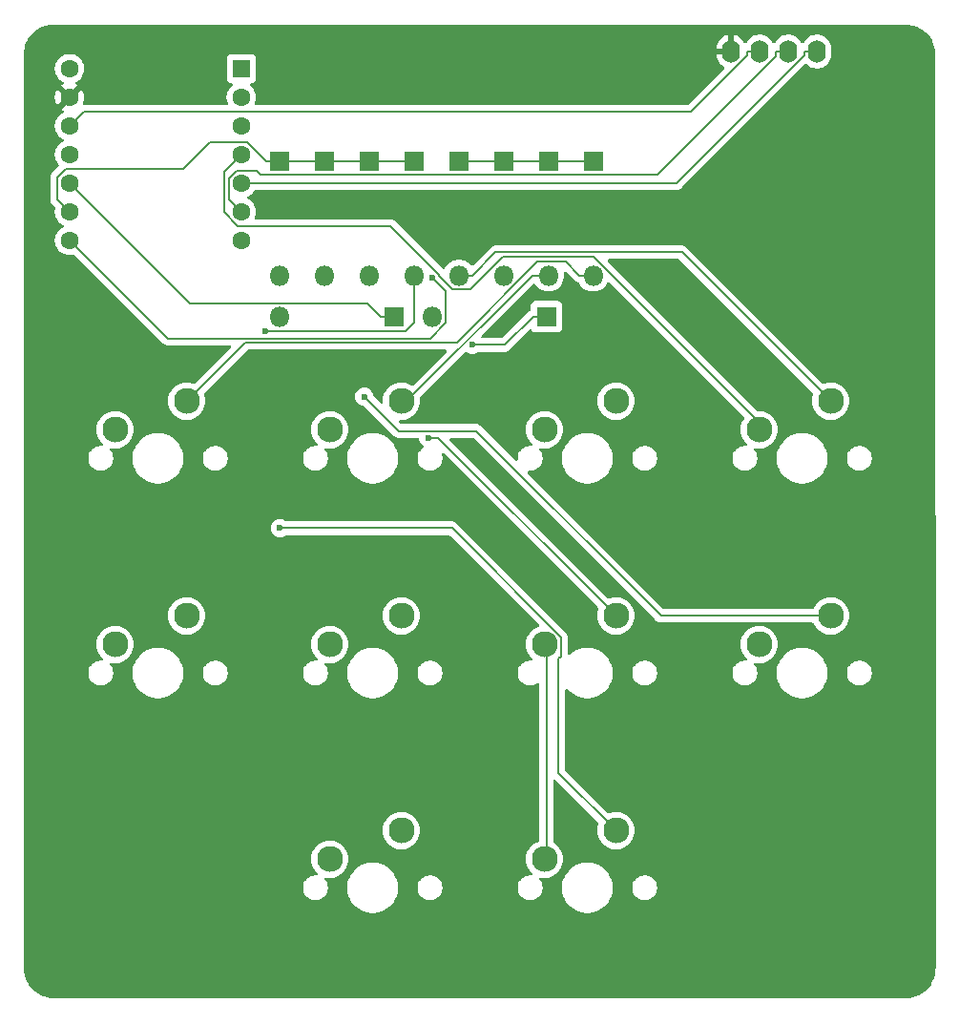
<source format=gbr>
%TF.GenerationSoftware,KiCad,Pcbnew,8.0.5-dirty*%
%TF.CreationDate,2024-10-03T21:51:06-04:00*%
%TF.ProjectId,cool-keyboard,636f6f6c-2d6b-4657-9962-6f6172642e6b,rev?*%
%TF.SameCoordinates,Original*%
%TF.FileFunction,Copper,L2,Bot*%
%TF.FilePolarity,Positive*%
%FSLAX46Y46*%
G04 Gerber Fmt 4.6, Leading zero omitted, Abs format (unit mm)*
G04 Created by KiCad (PCBNEW 8.0.5-dirty) date 2024-10-03 21:51:06*
%MOMM*%
%LPD*%
G01*
G04 APERTURE LIST*
%TA.AperFunction,ComponentPad*%
%ADD10C,2.300000*%
%TD*%
%TA.AperFunction,ComponentPad*%
%ADD11O,1.600000X2.000000*%
%TD*%
%TA.AperFunction,ComponentPad*%
%ADD12R,1.800000X1.800000*%
%TD*%
%TA.AperFunction,ComponentPad*%
%ADD13O,1.800000X1.800000*%
%TD*%
%TA.AperFunction,ComponentPad*%
%ADD14R,1.600000X1.600000*%
%TD*%
%TA.AperFunction,ComponentPad*%
%ADD15C,1.600000*%
%TD*%
%TA.AperFunction,ViaPad*%
%ADD16C,0.600000*%
%TD*%
%TA.AperFunction,Conductor*%
%ADD17C,0.200000*%
%TD*%
G04 APERTURE END LIST*
D10*
%TO.P,SW7,1,1*%
%TO.N,COL2*%
X152114300Y-106267200D03*
%TO.P,SW7,2,2*%
%TO.N,Net-(D7-A)*%
X158464300Y-103727200D03*
%TD*%
%TO.P,SW3,1,1*%
%TO.N,COL2*%
X152114300Y-87217200D03*
%TO.P,SW3,2,2*%
%TO.N,Net-(D3-A)*%
X158464300Y-84677200D03*
%TD*%
D11*
%TO.P,Brd1,1,GND*%
%TO.N,GND*%
X168673000Y-53662000D03*
%TO.P,Brd1,2,VCC*%
%TO.N,SCR3V3*%
X171213000Y-53662000D03*
%TO.P,Brd1,3,SCL*%
%TO.N,Net-(Brd1-SCL)*%
X173753000Y-53662000D03*
%TO.P,Brd1,4,SDA*%
%TO.N,Net-(Brd1-SDA)*%
X176293000Y-53662000D03*
%TD*%
D10*
%TO.P,SW6,1,1*%
%TO.N,COL1*%
X133064300Y-106267200D03*
%TO.P,SW6,2,2*%
%TO.N,Net-(D6-A)*%
X139414300Y-103727200D03*
%TD*%
%TO.P,SW4,1,1*%
%TO.N,COL3*%
X171164300Y-87217200D03*
%TO.P,SW4,2,2*%
%TO.N,Net-(D4-A)*%
X177514300Y-84677200D03*
%TD*%
%TO.P,SW5,1,1*%
%TO.N,COL0*%
X114014300Y-106267200D03*
%TO.P,SW5,2,2*%
%TO.N,Net-(D5-A)*%
X120364300Y-103727200D03*
%TD*%
%TO.P,SW10,1,1*%
%TO.N,COL2*%
X152114300Y-125317200D03*
%TO.P,SW10,2,2*%
%TO.N,Net-(D10-A)*%
X158464300Y-122777200D03*
%TD*%
%TO.P,SW9,1,1*%
%TO.N,COL1*%
X133064300Y-125317200D03*
%TO.P,SW9,2,2*%
%TO.N,Net-(D9-A)*%
X139414300Y-122777200D03*
%TD*%
%TO.P,SW1,1,1*%
%TO.N,COL0*%
X114014300Y-87217200D03*
%TO.P,SW1,2,2*%
%TO.N,Net-(D1-A)*%
X120364300Y-84677200D03*
%TD*%
%TO.P,SW2,1,1*%
%TO.N,COL1*%
X133064300Y-87217200D03*
%TO.P,SW2,2,2*%
%TO.N,Net-(D2-A)*%
X139414300Y-84677200D03*
%TD*%
%TO.P,SW8,1,1*%
%TO.N,COL3*%
X171164300Y-106267200D03*
%TO.P,SW8,2,2*%
%TO.N,Net-(D8-A)*%
X177514300Y-103727200D03*
%TD*%
D12*
%TO.P,D9,1,K*%
%TO.N,ROW2*%
X152304700Y-77184200D03*
D13*
%TO.P,D9,2,A*%
%TO.N,Net-(D9-A)*%
X142144700Y-77184200D03*
%TD*%
D12*
%TO.P,D6,1,K*%
%TO.N,ROW1*%
X136588500Y-63373000D03*
D13*
%TO.P,D6,2,A*%
%TO.N,Net-(D6-A)*%
X136588500Y-73533000D03*
%TD*%
D12*
%TO.P,D10,1,K*%
%TO.N,ROW2*%
X138811000Y-77184200D03*
D13*
%TO.P,D10,2,A*%
%TO.N,Net-(D10-A)*%
X128651000Y-77184200D03*
%TD*%
D12*
%TO.P,D3,1,K*%
%TO.N,ROW0*%
X148494700Y-63373000D03*
D13*
%TO.P,D3,2,A*%
%TO.N,Net-(D3-A)*%
X148494700Y-73533000D03*
%TD*%
D12*
%TO.P,D4,1,K*%
%TO.N,ROW0*%
X144526000Y-63373000D03*
D13*
%TO.P,D4,2,A*%
%TO.N,Net-(D4-A)*%
X144526000Y-73533000D03*
%TD*%
D12*
%TO.P,D1,1,K*%
%TO.N,ROW0*%
X156432200Y-63373000D03*
D13*
%TO.P,D1,2,A*%
%TO.N,Net-(D1-A)*%
X156432200Y-73533000D03*
%TD*%
D12*
%TO.P,D2,1,K*%
%TO.N,ROW0*%
X152463500Y-63373000D03*
D13*
%TO.P,D2,2,A*%
%TO.N,Net-(D2-A)*%
X152463500Y-73533000D03*
%TD*%
D12*
%TO.P,D7,1,K*%
%TO.N,ROW1*%
X132619700Y-63373000D03*
D13*
%TO.P,D7,2,A*%
%TO.N,Net-(D7-A)*%
X132619700Y-73533000D03*
%TD*%
D14*
%TO.P,U2,1,PA02_A0_D0*%
%TO.N,COL0*%
X125222000Y-55183000D03*
D15*
%TO.P,U2,2,PA4_A1_D1*%
%TO.N,COL1*%
X125222000Y-57723000D03*
%TO.P,U2,3,PA10_A2_D2*%
%TO.N,COL2*%
X125222000Y-60263000D03*
%TO.P,U2,4,PA11_A3_D3*%
%TO.N,COL3*%
X125222000Y-62803000D03*
%TO.P,U2,5,PA8_A4_D4_SDA*%
%TO.N,Net-(Brd1-SDA)*%
X125222000Y-65343000D03*
%TO.P,U2,6,PA9_A5_D5_SCL*%
%TO.N,Net-(Brd1-SCL)*%
X125222000Y-67883000D03*
%TO.P,U2,7,PB08_A6_D6_TX*%
%TO.N,unconnected-(U2-PB08_A6_D6_TX-Pad7)*%
X125222000Y-70423000D03*
%TO.P,U2,8,PB09_A7_D7_RX*%
%TO.N,ROW0*%
X109982000Y-70423000D03*
%TO.P,U2,9,PA7_A8_D8_SCK*%
%TO.N,ROW1*%
X109982000Y-67883000D03*
%TO.P,U2,10,PA5_A9_D9_MISO*%
%TO.N,ROW2*%
X109982000Y-65343000D03*
%TO.P,U2,11,PA6_A10_D10_MOSI*%
%TO.N,unconnected-(U2-PA6_A10_D10_MOSI-Pad11)*%
X109982000Y-62803000D03*
%TO.P,U2,12,3V3*%
%TO.N,SCR3V3*%
X109982000Y-60263000D03*
%TO.P,U2,13,GND*%
%TO.N,GND*%
X109982000Y-57723000D03*
%TO.P,U2,14,5V*%
%TO.N,+5V*%
X109982000Y-55183000D03*
%TD*%
D12*
%TO.P,D5,1,K*%
%TO.N,ROW1*%
X140557200Y-63373000D03*
D13*
%TO.P,D5,2,A*%
%TO.N,Net-(D5-A)*%
X140557200Y-73533000D03*
%TD*%
D12*
%TO.P,D8,1,K*%
%TO.N,ROW1*%
X128651000Y-63373000D03*
D13*
%TO.P,D8,2,A*%
%TO.N,Net-(D8-A)*%
X128651000Y-73533000D03*
%TD*%
D16*
%TO.N,ROW0*%
X142185700Y-73719900D03*
%TO.N,Net-(D5-A)*%
X127349400Y-78510100D03*
%TO.N,Net-(D7-A)*%
X141798000Y-87945200D03*
%TO.N,Net-(D8-A)*%
X136119900Y-84272600D03*
%TO.N,ROW2*%
X145726300Y-79697500D03*
%TO.N,Net-(D10-A)*%
X128651000Y-95949000D03*
%TD*%
D17*
%TO.N,ROW0*%
X109982000Y-70423000D02*
X118670800Y-79111800D01*
X156432200Y-63373000D02*
X152463500Y-63373000D01*
X118670800Y-79111800D02*
X141955400Y-79111800D01*
X144526000Y-63373000D02*
X148494700Y-63373000D01*
X152463500Y-63373000D02*
X148494700Y-63373000D01*
X143376000Y-77691200D02*
X143376000Y-74910200D01*
X141955400Y-79111800D02*
X143376000Y-77691200D01*
X143376000Y-74910200D02*
X142185700Y-73719900D01*
%TO.N,Net-(D1-A)*%
X120364300Y-84677200D02*
X125528000Y-79513500D01*
X156432200Y-73533000D02*
X155230500Y-73533000D01*
X151509100Y-72328800D02*
X154026300Y-72328800D01*
X154026300Y-72328800D02*
X155230500Y-73533000D01*
X125528000Y-79513500D02*
X144324400Y-79513500D01*
X144324400Y-79513500D02*
X151509100Y-72328800D01*
%TO.N,Net-(D2-A)*%
X139895800Y-84677200D02*
X139414300Y-84677200D01*
X151261800Y-73533000D02*
X151040000Y-73533000D01*
X151040000Y-73533000D02*
X139895800Y-84677200D01*
X152463500Y-73533000D02*
X151261800Y-73533000D01*
%TO.N,Net-(D4-A)*%
X147782600Y-71478100D02*
X145727700Y-73533000D01*
X144526000Y-73533000D02*
X145727700Y-73533000D01*
X164315200Y-71478100D02*
X147782600Y-71478100D01*
X177514300Y-84677200D02*
X164315200Y-71478100D01*
%TO.N,Net-(D5-A)*%
X140557200Y-73533000D02*
X140557200Y-77729400D01*
X140557200Y-77729400D02*
X139776500Y-78510100D01*
X139776500Y-78510100D02*
X127349400Y-78510100D01*
%TO.N,ROW1*%
X140557200Y-63373000D02*
X136588500Y-63373000D01*
X120022600Y-64073000D02*
X122402200Y-61693400D01*
X122402200Y-61693400D02*
X125769700Y-61693400D01*
X125769700Y-61693400D02*
X127449300Y-63373000D01*
X108864700Y-66765700D02*
X108864700Y-64849900D01*
X132619700Y-63373000D02*
X128651000Y-63373000D01*
X109641600Y-64073000D02*
X120022600Y-64073000D01*
X109982000Y-67883000D02*
X108864700Y-66765700D01*
X132619700Y-63373000D02*
X136588500Y-63373000D01*
X128651000Y-63373000D02*
X127449300Y-63373000D01*
X108864700Y-64849900D02*
X109641600Y-64073000D01*
%TO.N,Net-(D7-A)*%
X158464300Y-103727200D02*
X142682300Y-87945200D01*
X142682300Y-87945200D02*
X141798000Y-87945200D01*
%TO.N,Net-(D8-A)*%
X146064500Y-87325300D02*
X162466400Y-103727200D01*
X162466400Y-103727200D02*
X177514300Y-103727200D01*
X139172600Y-87325300D02*
X146064500Y-87325300D01*
X136119900Y-84272600D02*
X139172600Y-87325300D01*
%TO.N,ROW2*%
X136407600Y-75982500D02*
X137609300Y-77184200D01*
X151103000Y-77184200D02*
X148589700Y-79697500D01*
X148589700Y-79697500D02*
X145726300Y-79697500D01*
X120621500Y-75982500D02*
X136407600Y-75982500D01*
X109982000Y-65343000D02*
X120621500Y-75982500D01*
X152304700Y-77184200D02*
X151103000Y-77184200D01*
X138811000Y-77184200D02*
X137609300Y-77184200D01*
%TO.N,Net-(D10-A)*%
X153575600Y-105617700D02*
X143906900Y-95949000D01*
X153364300Y-107517200D02*
X153575600Y-107305900D01*
X158464300Y-122777200D02*
X153364300Y-117677200D01*
X153575600Y-107305900D02*
X153575600Y-105617700D01*
X143906900Y-95949000D02*
X128651000Y-95949000D01*
X153364300Y-117677200D02*
X153364300Y-107517200D01*
%TO.N,COL2*%
X152114300Y-125317200D02*
X152283300Y-125148200D01*
X152283300Y-106436200D02*
X152114300Y-106267200D01*
X152283300Y-125148200D02*
X152283300Y-106436200D01*
%TO.N,COL3*%
X123673200Y-64351800D02*
X125222000Y-62803000D01*
X143958300Y-74734700D02*
X142787400Y-73563800D01*
X123673200Y-67923400D02*
X123673200Y-64351800D01*
X142787400Y-73563800D02*
X142787400Y-73470700D01*
X148440800Y-71879800D02*
X145585900Y-74734700D01*
X142787400Y-73470700D02*
X138469700Y-69153000D01*
X138469700Y-69153000D02*
X124902800Y-69153000D01*
X124902800Y-69153000D02*
X123673200Y-67923400D01*
X171164300Y-86560500D02*
X156483600Y-71879800D01*
X156483600Y-71879800D02*
X148440800Y-71879800D01*
X145585900Y-74734700D02*
X143958300Y-74734700D01*
X171164300Y-87217200D02*
X171164300Y-86560500D01*
%TO.N,Net-(Brd1-SCL)*%
X162151700Y-64574700D02*
X126963600Y-64574700D01*
X126605000Y-64216100D02*
X124789500Y-64216100D01*
X124111900Y-66772900D02*
X125222000Y-67883000D01*
X124111900Y-64893700D02*
X124111900Y-66772900D01*
X172651300Y-53662000D02*
X172651300Y-54075100D01*
X126963600Y-64574700D02*
X126605000Y-64216100D01*
X173753000Y-53662000D02*
X172651300Y-53662000D01*
X124789500Y-64216100D02*
X124111900Y-64893700D01*
X172651300Y-54075100D02*
X162151700Y-64574700D01*
%TO.N,GND*%
X168673000Y-53662000D02*
X114043000Y-53662000D01*
X114043000Y-53662000D02*
X109982000Y-57723000D01*
%TO.N,Net-(Brd1-SDA)*%
X125222000Y-65343000D02*
X163838600Y-65343000D01*
X176293000Y-53662000D02*
X175191300Y-53662000D01*
X163838600Y-65343000D02*
X175191300Y-53990300D01*
X175191300Y-53990300D02*
X175191300Y-53662000D01*
%TO.N,SCR3V3*%
X171213000Y-53662000D02*
X170111300Y-53662000D01*
X170111300Y-53662000D02*
X170111300Y-53990300D01*
X170111300Y-53990300D02*
X165099500Y-59002100D01*
X111242900Y-59002100D02*
X109982000Y-60263000D01*
X165099500Y-59002100D02*
X111242900Y-59002100D01*
%TD*%
%TA.AperFunction,Conductor*%
%TO.N,GND*%
G36*
X184211841Y-51317367D02*
G01*
X184212047Y-51317381D01*
X184220292Y-51317381D01*
X184220296Y-51317382D01*
X184282438Y-51317381D01*
X184289923Y-51317606D01*
X184582629Y-51335311D01*
X184597491Y-51337115D01*
X184882228Y-51389294D01*
X184896761Y-51392876D01*
X185173155Y-51479002D01*
X185187130Y-51484303D01*
X185437672Y-51597062D01*
X185451119Y-51603114D01*
X185464377Y-51610072D01*
X185712114Y-51759834D01*
X185724425Y-51768332D01*
X185935701Y-51933856D01*
X185952307Y-51946866D01*
X185963515Y-51956796D01*
X186168203Y-52161484D01*
X186178133Y-52172692D01*
X186316820Y-52349713D01*
X186356663Y-52400568D01*
X186365169Y-52412891D01*
X186514926Y-52660621D01*
X186521885Y-52673880D01*
X186569821Y-52780390D01*
X186637922Y-52931705D01*
X186640691Y-52937856D01*
X186646001Y-52951857D01*
X186732122Y-53228235D01*
X186735705Y-53242774D01*
X186787883Y-53527507D01*
X186789688Y-53542372D01*
X186807392Y-53835074D01*
X186807618Y-53842560D01*
X186807618Y-53912573D01*
X186807633Y-53912814D01*
X186824499Y-134997580D01*
X186824304Y-135004562D01*
X186808065Y-135293584D01*
X186806507Y-135307402D01*
X186758596Y-135589343D01*
X186755502Y-135602899D01*
X186676322Y-135877718D01*
X186671729Y-135890843D01*
X186562280Y-136155064D01*
X186556247Y-136167591D01*
X186417905Y-136417896D01*
X186410507Y-136429670D01*
X186245006Y-136662919D01*
X186236336Y-136673790D01*
X186045767Y-136887035D01*
X186035936Y-136896866D01*
X185822686Y-137087439D01*
X185811820Y-137096106D01*
X185578571Y-137261607D01*
X185566797Y-137269005D01*
X185316490Y-137407348D01*
X185303962Y-137413381D01*
X185039746Y-137522827D01*
X185026622Y-137527420D01*
X184751800Y-137606602D01*
X184738244Y-137609696D01*
X184456303Y-137657607D01*
X184442484Y-137659165D01*
X184153472Y-137675402D01*
X184146517Y-137675597D01*
X108622975Y-137675500D01*
X108620241Y-137675500D01*
X108613287Y-137675305D01*
X108596350Y-137674353D01*
X108324259Y-137659069D01*
X108310442Y-137657512D01*
X108028482Y-137609602D01*
X108014925Y-137606507D01*
X107740114Y-137527333D01*
X107726990Y-137522741D01*
X107462763Y-137413294D01*
X107450234Y-137407260D01*
X107199924Y-137268917D01*
X107188151Y-137261520D01*
X106954898Y-137096020D01*
X106944027Y-137087350D01*
X106730783Y-136896786D01*
X106720950Y-136886954D01*
X106530374Y-136673703D01*
X106521704Y-136662832D01*
X106356200Y-136429583D01*
X106348802Y-136417809D01*
X106210452Y-136167493D01*
X106204427Y-136154980D01*
X106094974Y-135890751D01*
X106090381Y-135877627D01*
X106011226Y-135602899D01*
X106011195Y-135602791D01*
X106008107Y-135589262D01*
X105960191Y-135307295D01*
X105958636Y-135293501D01*
X105942443Y-135005317D01*
X105942249Y-134998427D01*
X105942248Y-134935092D01*
X105942248Y-134925125D01*
X105942244Y-134925079D01*
X105941906Y-130101600D01*
X105941743Y-127770512D01*
X130692900Y-127770512D01*
X130692900Y-127943887D01*
X130720020Y-128115113D01*
X130773590Y-128279988D01*
X130773591Y-128279991D01*
X130852298Y-128434460D01*
X130954199Y-128574714D01*
X131076786Y-128697301D01*
X131217040Y-128799202D01*
X131292802Y-128837804D01*
X131371508Y-128877908D01*
X131371511Y-128877909D01*
X131453948Y-128904694D01*
X131536388Y-128931480D01*
X131615691Y-128944040D01*
X131707613Y-128958600D01*
X131707618Y-128958600D01*
X131880987Y-128958600D01*
X131963995Y-128945452D01*
X132052212Y-128931480D01*
X132217091Y-128877908D01*
X132371560Y-128799202D01*
X132511814Y-128697301D01*
X132634401Y-128574714D01*
X132736302Y-128434460D01*
X132815008Y-128279991D01*
X132868580Y-128115112D01*
X132886131Y-128004299D01*
X132895700Y-127943887D01*
X132895700Y-127770512D01*
X132886131Y-127710100D01*
X134629900Y-127710100D01*
X134629900Y-128004299D01*
X134629901Y-128004316D01*
X134668301Y-128295996D01*
X134744452Y-128580194D01*
X134857034Y-128851994D01*
X134857042Y-128852010D01*
X135004140Y-129106789D01*
X135004151Y-129106805D01*
X135183248Y-129340209D01*
X135183254Y-129340216D01*
X135391283Y-129548245D01*
X135391289Y-129548250D01*
X135624703Y-129727355D01*
X135624710Y-129727359D01*
X135879489Y-129874457D01*
X135879505Y-129874465D01*
X136151305Y-129987047D01*
X136151307Y-129987047D01*
X136151313Y-129987050D01*
X136435500Y-130063198D01*
X136727194Y-130101600D01*
X136727201Y-130101600D01*
X137021399Y-130101600D01*
X137021406Y-130101600D01*
X137313100Y-130063198D01*
X137597287Y-129987050D01*
X137670618Y-129956675D01*
X137869094Y-129874465D01*
X137869097Y-129874463D01*
X137869103Y-129874461D01*
X138123897Y-129727355D01*
X138357311Y-129548250D01*
X138565350Y-129340211D01*
X138744455Y-129106797D01*
X138891561Y-128852003D01*
X139004150Y-128580187D01*
X139080298Y-128296000D01*
X139118700Y-128004306D01*
X139118700Y-127770512D01*
X140852900Y-127770512D01*
X140852900Y-127943887D01*
X140880020Y-128115113D01*
X140933590Y-128279988D01*
X140933591Y-128279991D01*
X141012298Y-128434460D01*
X141114199Y-128574714D01*
X141236786Y-128697301D01*
X141377040Y-128799202D01*
X141452802Y-128837804D01*
X141531508Y-128877908D01*
X141531511Y-128877909D01*
X141613948Y-128904694D01*
X141696388Y-128931480D01*
X141775691Y-128944040D01*
X141867613Y-128958600D01*
X141867618Y-128958600D01*
X142040987Y-128958600D01*
X142123995Y-128945452D01*
X142212212Y-128931480D01*
X142377091Y-128877908D01*
X142531560Y-128799202D01*
X142671814Y-128697301D01*
X142794401Y-128574714D01*
X142896302Y-128434460D01*
X142975008Y-128279991D01*
X143028580Y-128115112D01*
X143046131Y-128004299D01*
X143055700Y-127943887D01*
X143055700Y-127770512D01*
X143039922Y-127670902D01*
X143028580Y-127599288D01*
X142975008Y-127434409D01*
X142975008Y-127434408D01*
X142896301Y-127279939D01*
X142794401Y-127139686D01*
X142671814Y-127017099D01*
X142531560Y-126915198D01*
X142485586Y-126891773D01*
X142377091Y-126836491D01*
X142377088Y-126836490D01*
X142212213Y-126782920D01*
X142040987Y-126755800D01*
X142040982Y-126755800D01*
X141867618Y-126755800D01*
X141867613Y-126755800D01*
X141696386Y-126782920D01*
X141531511Y-126836490D01*
X141531508Y-126836491D01*
X141377039Y-126915198D01*
X141297754Y-126972803D01*
X141236786Y-127017099D01*
X141236784Y-127017101D01*
X141236783Y-127017101D01*
X141114201Y-127139683D01*
X141114201Y-127139684D01*
X141114199Y-127139686D01*
X141070436Y-127199919D01*
X141012298Y-127279939D01*
X140933591Y-127434408D01*
X140933590Y-127434411D01*
X140880020Y-127599286D01*
X140852900Y-127770512D01*
X139118700Y-127770512D01*
X139118700Y-127710094D01*
X139080298Y-127418400D01*
X139004150Y-127134213D01*
X139004147Y-127134205D01*
X138891565Y-126862405D01*
X138891557Y-126862389D01*
X138744459Y-126607610D01*
X138744455Y-126607603D01*
X138565350Y-126374189D01*
X138565345Y-126374183D01*
X138357316Y-126166154D01*
X138357309Y-126166148D01*
X138123905Y-125987051D01*
X138123903Y-125987049D01*
X138123897Y-125987045D01*
X138123892Y-125987042D01*
X138123889Y-125987040D01*
X137869110Y-125839942D01*
X137869094Y-125839934D01*
X137597294Y-125727352D01*
X137313096Y-125651201D01*
X137021416Y-125612801D01*
X137021411Y-125612800D01*
X137021406Y-125612800D01*
X136727194Y-125612800D01*
X136727188Y-125612800D01*
X136727183Y-125612801D01*
X136435503Y-125651201D01*
X136151305Y-125727352D01*
X135879505Y-125839934D01*
X135879489Y-125839942D01*
X135624710Y-125987040D01*
X135624694Y-125987051D01*
X135391290Y-126166148D01*
X135391283Y-126166154D01*
X135183254Y-126374183D01*
X135183248Y-126374190D01*
X135004151Y-126607594D01*
X135004140Y-126607610D01*
X134857042Y-126862389D01*
X134857034Y-126862405D01*
X134744452Y-127134205D01*
X134668301Y-127418403D01*
X134629901Y-127710083D01*
X134629900Y-127710100D01*
X132886131Y-127710100D01*
X132879922Y-127670902D01*
X132868580Y-127599288D01*
X132815008Y-127434409D01*
X132815008Y-127434408D01*
X132736301Y-127279939D01*
X132634401Y-127139686D01*
X132634398Y-127139683D01*
X132631537Y-127135745D01*
X132633285Y-127134474D01*
X132608402Y-127078921D01*
X132618849Y-127009837D01*
X132664987Y-126957367D01*
X132732168Y-126938171D01*
X132760202Y-126941592D01*
X132805306Y-126952421D01*
X133064300Y-126972804D01*
X133323294Y-126952421D01*
X133575910Y-126891773D01*
X133815928Y-126792354D01*
X134037440Y-126656612D01*
X134234989Y-126487889D01*
X134403712Y-126290340D01*
X134539454Y-126068828D01*
X134638873Y-125828810D01*
X134699521Y-125576194D01*
X134719904Y-125317200D01*
X134699521Y-125058206D01*
X134638873Y-124805590D01*
X134539454Y-124565572D01*
X134403712Y-124344060D01*
X134234989Y-124146511D01*
X134037440Y-123977788D01*
X133815928Y-123842046D01*
X133815927Y-123842045D01*
X133815923Y-123842043D01*
X133649927Y-123773286D01*
X133575910Y-123742627D01*
X133575911Y-123742627D01*
X133438221Y-123709570D01*
X133323294Y-123681979D01*
X133323292Y-123681978D01*
X133323291Y-123681978D01*
X133064300Y-123661596D01*
X132805309Y-123681978D01*
X132552689Y-123742627D01*
X132312676Y-123842043D01*
X132091159Y-123977788D01*
X131893611Y-124146511D01*
X131724888Y-124344059D01*
X131589143Y-124565576D01*
X131489727Y-124805589D01*
X131429078Y-125058209D01*
X131408696Y-125317200D01*
X131429078Y-125576190D01*
X131489727Y-125828810D01*
X131589143Y-126068823D01*
X131589145Y-126068827D01*
X131589146Y-126068828D01*
X131724888Y-126290340D01*
X131893611Y-126487889D01*
X131951710Y-126537510D01*
X131989903Y-126596017D01*
X131990401Y-126665885D01*
X131953048Y-126724931D01*
X131889701Y-126754409D01*
X131871178Y-126755800D01*
X131707613Y-126755800D01*
X131536386Y-126782920D01*
X131371511Y-126836490D01*
X131371508Y-126836491D01*
X131217039Y-126915198D01*
X131137754Y-126972803D01*
X131076786Y-127017099D01*
X131076784Y-127017101D01*
X131076783Y-127017101D01*
X130954201Y-127139683D01*
X130954201Y-127139684D01*
X130954199Y-127139686D01*
X130910436Y-127199919D01*
X130852298Y-127279939D01*
X130773591Y-127434408D01*
X130773590Y-127434411D01*
X130720020Y-127599286D01*
X130692900Y-127770512D01*
X105941743Y-127770512D01*
X105941393Y-122777200D01*
X137758696Y-122777200D01*
X137779078Y-123036190D01*
X137839727Y-123288810D01*
X137939143Y-123528823D01*
X137939145Y-123528827D01*
X137939146Y-123528828D01*
X138074888Y-123750340D01*
X138243611Y-123947889D01*
X138441160Y-124116612D01*
X138662672Y-124252354D01*
X138662674Y-124252354D01*
X138662676Y-124252356D01*
X138723993Y-124277754D01*
X138902690Y-124351773D01*
X139155306Y-124412421D01*
X139414300Y-124432804D01*
X139673294Y-124412421D01*
X139925910Y-124351773D01*
X140165928Y-124252354D01*
X140387440Y-124116612D01*
X140584989Y-123947889D01*
X140753712Y-123750340D01*
X140889454Y-123528828D01*
X140988873Y-123288810D01*
X141049521Y-123036194D01*
X141069904Y-122777200D01*
X141049521Y-122518206D01*
X140988873Y-122265590D01*
X140889454Y-122025572D01*
X140753712Y-121804060D01*
X140584989Y-121606511D01*
X140387440Y-121437788D01*
X140165928Y-121302046D01*
X140165927Y-121302045D01*
X140165923Y-121302043D01*
X139999927Y-121233286D01*
X139925910Y-121202627D01*
X139925911Y-121202627D01*
X139788221Y-121169570D01*
X139673294Y-121141979D01*
X139673292Y-121141978D01*
X139673291Y-121141978D01*
X139414300Y-121121596D01*
X139155309Y-121141978D01*
X138902689Y-121202627D01*
X138662676Y-121302043D01*
X138441159Y-121437788D01*
X138243611Y-121606511D01*
X138074888Y-121804059D01*
X137939143Y-122025576D01*
X137839727Y-122265589D01*
X137779078Y-122518209D01*
X137758696Y-122777200D01*
X105941393Y-122777200D01*
X105940409Y-108720512D01*
X111642900Y-108720512D01*
X111642900Y-108893887D01*
X111670020Y-109065113D01*
X111723590Y-109229988D01*
X111723591Y-109229991D01*
X111802298Y-109384460D01*
X111904199Y-109524714D01*
X112026786Y-109647301D01*
X112167040Y-109749202D01*
X112242802Y-109787804D01*
X112321508Y-109827908D01*
X112321511Y-109827909D01*
X112403948Y-109854694D01*
X112486388Y-109881480D01*
X112565691Y-109894040D01*
X112657613Y-109908600D01*
X112657618Y-109908600D01*
X112830987Y-109908600D01*
X112913995Y-109895452D01*
X113002212Y-109881480D01*
X113167091Y-109827908D01*
X113321560Y-109749202D01*
X113461814Y-109647301D01*
X113584401Y-109524714D01*
X113686302Y-109384460D01*
X113765008Y-109229991D01*
X113818580Y-109065112D01*
X113836131Y-108954299D01*
X113845700Y-108893887D01*
X113845700Y-108720512D01*
X113836131Y-108660100D01*
X115579900Y-108660100D01*
X115579900Y-108954299D01*
X115579901Y-108954316D01*
X115594487Y-109065112D01*
X115618302Y-109246000D01*
X115693412Y-109526315D01*
X115694452Y-109530194D01*
X115807034Y-109801994D01*
X115807042Y-109802010D01*
X115954140Y-110056789D01*
X115954151Y-110056805D01*
X116133248Y-110290209D01*
X116133254Y-110290216D01*
X116341283Y-110498245D01*
X116341289Y-110498250D01*
X116574703Y-110677355D01*
X116574710Y-110677359D01*
X116829489Y-110824457D01*
X116829505Y-110824465D01*
X117101305Y-110937047D01*
X117101307Y-110937047D01*
X117101313Y-110937050D01*
X117385500Y-111013198D01*
X117677194Y-111051600D01*
X117677201Y-111051600D01*
X117971399Y-111051600D01*
X117971406Y-111051600D01*
X118263100Y-111013198D01*
X118547287Y-110937050D01*
X118620618Y-110906675D01*
X118819094Y-110824465D01*
X118819097Y-110824463D01*
X118819103Y-110824461D01*
X119073897Y-110677355D01*
X119307311Y-110498250D01*
X119515350Y-110290211D01*
X119694455Y-110056797D01*
X119841561Y-109802003D01*
X119954150Y-109530187D01*
X120030298Y-109246000D01*
X120068700Y-108954306D01*
X120068700Y-108720512D01*
X121802900Y-108720512D01*
X121802900Y-108893887D01*
X121830020Y-109065113D01*
X121883590Y-109229988D01*
X121883591Y-109229991D01*
X121962298Y-109384460D01*
X122064199Y-109524714D01*
X122186786Y-109647301D01*
X122327040Y-109749202D01*
X122402802Y-109787804D01*
X122481508Y-109827908D01*
X122481511Y-109827909D01*
X122563948Y-109854694D01*
X122646388Y-109881480D01*
X122725691Y-109894040D01*
X122817613Y-109908600D01*
X122817618Y-109908600D01*
X122990987Y-109908600D01*
X123073995Y-109895452D01*
X123162212Y-109881480D01*
X123327091Y-109827908D01*
X123481560Y-109749202D01*
X123621814Y-109647301D01*
X123744401Y-109524714D01*
X123846302Y-109384460D01*
X123925008Y-109229991D01*
X123978580Y-109065112D01*
X123996131Y-108954299D01*
X124005700Y-108893887D01*
X124005700Y-108720512D01*
X130692900Y-108720512D01*
X130692900Y-108893887D01*
X130720020Y-109065113D01*
X130773590Y-109229988D01*
X130773591Y-109229991D01*
X130852298Y-109384460D01*
X130954199Y-109524714D01*
X131076786Y-109647301D01*
X131217040Y-109749202D01*
X131292802Y-109787804D01*
X131371508Y-109827908D01*
X131371511Y-109827909D01*
X131453948Y-109854694D01*
X131536388Y-109881480D01*
X131615691Y-109894040D01*
X131707613Y-109908600D01*
X131707618Y-109908600D01*
X131880987Y-109908600D01*
X131963995Y-109895452D01*
X132052212Y-109881480D01*
X132217091Y-109827908D01*
X132371560Y-109749202D01*
X132511814Y-109647301D01*
X132634401Y-109524714D01*
X132736302Y-109384460D01*
X132815008Y-109229991D01*
X132868580Y-109065112D01*
X132886131Y-108954299D01*
X132895700Y-108893887D01*
X132895700Y-108720512D01*
X132886131Y-108660100D01*
X134629900Y-108660100D01*
X134629900Y-108954299D01*
X134629901Y-108954316D01*
X134644487Y-109065112D01*
X134668302Y-109246000D01*
X134743412Y-109526315D01*
X134744452Y-109530194D01*
X134857034Y-109801994D01*
X134857042Y-109802010D01*
X135004140Y-110056789D01*
X135004151Y-110056805D01*
X135183248Y-110290209D01*
X135183254Y-110290216D01*
X135391283Y-110498245D01*
X135391289Y-110498250D01*
X135624703Y-110677355D01*
X135624710Y-110677359D01*
X135879489Y-110824457D01*
X135879505Y-110824465D01*
X136151305Y-110937047D01*
X136151307Y-110937047D01*
X136151313Y-110937050D01*
X136435500Y-111013198D01*
X136727194Y-111051600D01*
X136727201Y-111051600D01*
X137021399Y-111051600D01*
X137021406Y-111051600D01*
X137313100Y-111013198D01*
X137597287Y-110937050D01*
X137670618Y-110906675D01*
X137869094Y-110824465D01*
X137869097Y-110824463D01*
X137869103Y-110824461D01*
X138123897Y-110677355D01*
X138357311Y-110498250D01*
X138565350Y-110290211D01*
X138744455Y-110056797D01*
X138891561Y-109802003D01*
X139004150Y-109530187D01*
X139080298Y-109246000D01*
X139118700Y-108954306D01*
X139118700Y-108720512D01*
X140852900Y-108720512D01*
X140852900Y-108893887D01*
X140880020Y-109065113D01*
X140933590Y-109229988D01*
X140933591Y-109229991D01*
X141012298Y-109384460D01*
X141114199Y-109524714D01*
X141236786Y-109647301D01*
X141377040Y-109749202D01*
X141452802Y-109787804D01*
X141531508Y-109827908D01*
X141531511Y-109827909D01*
X141613948Y-109854694D01*
X141696388Y-109881480D01*
X141775691Y-109894040D01*
X141867613Y-109908600D01*
X141867618Y-109908600D01*
X142040987Y-109908600D01*
X142123995Y-109895452D01*
X142212212Y-109881480D01*
X142377091Y-109827908D01*
X142531560Y-109749202D01*
X142671814Y-109647301D01*
X142794401Y-109524714D01*
X142896302Y-109384460D01*
X142975008Y-109229991D01*
X143028580Y-109065112D01*
X143046131Y-108954299D01*
X143055700Y-108893887D01*
X143055700Y-108720512D01*
X143039922Y-108620902D01*
X143028580Y-108549288D01*
X142975008Y-108384409D01*
X142975008Y-108384408D01*
X142896301Y-108229939D01*
X142794401Y-108089686D01*
X142671814Y-107967099D01*
X142531560Y-107865198D01*
X142485586Y-107841773D01*
X142377091Y-107786491D01*
X142377088Y-107786490D01*
X142212213Y-107732920D01*
X142040987Y-107705800D01*
X142040982Y-107705800D01*
X141867618Y-107705800D01*
X141867613Y-107705800D01*
X141696386Y-107732920D01*
X141531511Y-107786490D01*
X141531508Y-107786491D01*
X141377039Y-107865198D01*
X141297754Y-107922803D01*
X141236786Y-107967099D01*
X141236784Y-107967101D01*
X141236783Y-107967101D01*
X141114201Y-108089683D01*
X141114201Y-108089684D01*
X141114199Y-108089686D01*
X141070436Y-108149919D01*
X141012298Y-108229939D01*
X140933591Y-108384408D01*
X140933590Y-108384411D01*
X140880020Y-108549286D01*
X140852900Y-108720512D01*
X139118700Y-108720512D01*
X139118700Y-108660094D01*
X139080298Y-108368400D01*
X139004150Y-108084213D01*
X139004147Y-108084205D01*
X138891565Y-107812405D01*
X138891557Y-107812389D01*
X138744459Y-107557610D01*
X138744455Y-107557603D01*
X138565350Y-107324189D01*
X138565345Y-107324183D01*
X138357316Y-107116154D01*
X138357309Y-107116148D01*
X138123905Y-106937051D01*
X138123903Y-106937049D01*
X138123897Y-106937045D01*
X138123892Y-106937042D01*
X138123889Y-106937040D01*
X137869110Y-106789942D01*
X137869094Y-106789934D01*
X137597294Y-106677352D01*
X137313096Y-106601201D01*
X137021416Y-106562801D01*
X137021411Y-106562800D01*
X137021406Y-106562800D01*
X136727194Y-106562800D01*
X136727188Y-106562800D01*
X136727183Y-106562801D01*
X136435503Y-106601201D01*
X136151305Y-106677352D01*
X135879505Y-106789934D01*
X135879489Y-106789942D01*
X135624710Y-106937040D01*
X135624694Y-106937051D01*
X135391290Y-107116148D01*
X135391283Y-107116154D01*
X135183254Y-107324183D01*
X135183248Y-107324190D01*
X135004151Y-107557594D01*
X135004140Y-107557610D01*
X134857042Y-107812389D01*
X134857034Y-107812405D01*
X134744452Y-108084205D01*
X134668301Y-108368403D01*
X134629901Y-108660083D01*
X134629900Y-108660100D01*
X132886131Y-108660100D01*
X132879922Y-108620902D01*
X132868580Y-108549288D01*
X132815008Y-108384409D01*
X132815008Y-108384408D01*
X132736301Y-108229939D01*
X132634401Y-108089686D01*
X132634398Y-108089683D01*
X132631537Y-108085745D01*
X132633285Y-108084474D01*
X132608402Y-108028921D01*
X132618849Y-107959837D01*
X132664987Y-107907367D01*
X132732168Y-107888171D01*
X132760202Y-107891592D01*
X132805306Y-107902421D01*
X133064300Y-107922804D01*
X133323294Y-107902421D01*
X133575910Y-107841773D01*
X133815928Y-107742354D01*
X134037440Y-107606612D01*
X134234989Y-107437889D01*
X134403712Y-107240340D01*
X134539454Y-107018828D01*
X134638873Y-106778810D01*
X134699521Y-106526194D01*
X134719904Y-106267200D01*
X134699521Y-106008206D01*
X134638873Y-105755590D01*
X134549011Y-105538644D01*
X134539456Y-105515576D01*
X134459999Y-105385914D01*
X134403712Y-105294060D01*
X134234989Y-105096511D01*
X134037440Y-104927788D01*
X133815928Y-104792046D01*
X133815927Y-104792045D01*
X133815923Y-104792043D01*
X133606930Y-104705476D01*
X133575910Y-104692627D01*
X133575911Y-104692627D01*
X133415755Y-104654177D01*
X133323294Y-104631979D01*
X133323292Y-104631978D01*
X133323291Y-104631978D01*
X133064300Y-104611596D01*
X132805309Y-104631978D01*
X132552689Y-104692627D01*
X132312676Y-104792043D01*
X132091159Y-104927788D01*
X131893611Y-105096511D01*
X131724888Y-105294059D01*
X131589143Y-105515576D01*
X131489727Y-105755589D01*
X131429078Y-106008209D01*
X131408696Y-106267200D01*
X131429078Y-106526190D01*
X131489727Y-106778810D01*
X131589143Y-107018823D01*
X131589145Y-107018827D01*
X131589146Y-107018828D01*
X131724888Y-107240340D01*
X131893611Y-107437889D01*
X131951710Y-107487510D01*
X131989903Y-107546017D01*
X131990401Y-107615885D01*
X131953048Y-107674931D01*
X131889701Y-107704409D01*
X131871178Y-107705800D01*
X131707613Y-107705800D01*
X131536386Y-107732920D01*
X131371511Y-107786490D01*
X131371508Y-107786491D01*
X131217039Y-107865198D01*
X131137754Y-107922803D01*
X131076786Y-107967099D01*
X131076784Y-107967101D01*
X131076783Y-107967101D01*
X130954201Y-108089683D01*
X130954201Y-108089684D01*
X130954199Y-108089686D01*
X130910436Y-108149919D01*
X130852298Y-108229939D01*
X130773591Y-108384408D01*
X130773590Y-108384411D01*
X130720020Y-108549286D01*
X130692900Y-108720512D01*
X124005700Y-108720512D01*
X123989922Y-108620902D01*
X123978580Y-108549288D01*
X123925008Y-108384409D01*
X123925008Y-108384408D01*
X123846301Y-108229939D01*
X123744401Y-108089686D01*
X123621814Y-107967099D01*
X123481560Y-107865198D01*
X123435586Y-107841773D01*
X123327091Y-107786491D01*
X123327088Y-107786490D01*
X123162213Y-107732920D01*
X122990987Y-107705800D01*
X122990982Y-107705800D01*
X122817618Y-107705800D01*
X122817613Y-107705800D01*
X122646386Y-107732920D01*
X122481511Y-107786490D01*
X122481508Y-107786491D01*
X122327039Y-107865198D01*
X122247754Y-107922803D01*
X122186786Y-107967099D01*
X122186784Y-107967101D01*
X122186783Y-107967101D01*
X122064201Y-108089683D01*
X122064201Y-108089684D01*
X122064199Y-108089686D01*
X122020436Y-108149919D01*
X121962298Y-108229939D01*
X121883591Y-108384408D01*
X121883590Y-108384411D01*
X121830020Y-108549286D01*
X121802900Y-108720512D01*
X120068700Y-108720512D01*
X120068700Y-108660094D01*
X120030298Y-108368400D01*
X119954150Y-108084213D01*
X119954147Y-108084205D01*
X119841565Y-107812405D01*
X119841557Y-107812389D01*
X119694459Y-107557610D01*
X119694455Y-107557603D01*
X119515350Y-107324189D01*
X119515345Y-107324183D01*
X119307316Y-107116154D01*
X119307309Y-107116148D01*
X119073905Y-106937051D01*
X119073903Y-106937049D01*
X119073897Y-106937045D01*
X119073892Y-106937042D01*
X119073889Y-106937040D01*
X118819110Y-106789942D01*
X118819094Y-106789934D01*
X118547294Y-106677352D01*
X118263096Y-106601201D01*
X117971416Y-106562801D01*
X117971411Y-106562800D01*
X117971406Y-106562800D01*
X117677194Y-106562800D01*
X117677188Y-106562800D01*
X117677183Y-106562801D01*
X117385503Y-106601201D01*
X117101305Y-106677352D01*
X116829505Y-106789934D01*
X116829489Y-106789942D01*
X116574710Y-106937040D01*
X116574694Y-106937051D01*
X116341290Y-107116148D01*
X116341283Y-107116154D01*
X116133254Y-107324183D01*
X116133248Y-107324190D01*
X115954151Y-107557594D01*
X115954140Y-107557610D01*
X115807042Y-107812389D01*
X115807034Y-107812405D01*
X115694452Y-108084205D01*
X115618301Y-108368403D01*
X115579901Y-108660083D01*
X115579900Y-108660100D01*
X113836131Y-108660100D01*
X113829922Y-108620902D01*
X113818580Y-108549288D01*
X113765008Y-108384409D01*
X113765008Y-108384408D01*
X113686301Y-108229939D01*
X113584401Y-108089686D01*
X113584398Y-108089683D01*
X113581537Y-108085745D01*
X113583285Y-108084474D01*
X113558402Y-108028921D01*
X113568849Y-107959837D01*
X113614987Y-107907367D01*
X113682168Y-107888171D01*
X113710202Y-107891592D01*
X113755306Y-107902421D01*
X114014300Y-107922804D01*
X114273294Y-107902421D01*
X114525910Y-107841773D01*
X114765928Y-107742354D01*
X114987440Y-107606612D01*
X115184989Y-107437889D01*
X115353712Y-107240340D01*
X115489454Y-107018828D01*
X115588873Y-106778810D01*
X115649521Y-106526194D01*
X115669904Y-106267200D01*
X115649521Y-106008206D01*
X115588873Y-105755590D01*
X115499011Y-105538644D01*
X115489456Y-105515576D01*
X115409999Y-105385914D01*
X115353712Y-105294060D01*
X115184989Y-105096511D01*
X114987440Y-104927788D01*
X114765928Y-104792046D01*
X114765927Y-104792045D01*
X114765923Y-104792043D01*
X114556930Y-104705476D01*
X114525910Y-104692627D01*
X114525911Y-104692627D01*
X114365755Y-104654177D01*
X114273294Y-104631979D01*
X114273292Y-104631978D01*
X114273291Y-104631978D01*
X114014300Y-104611596D01*
X113755309Y-104631978D01*
X113502689Y-104692627D01*
X113262676Y-104792043D01*
X113041159Y-104927788D01*
X112843611Y-105096511D01*
X112674888Y-105294059D01*
X112539143Y-105515576D01*
X112439727Y-105755589D01*
X112379078Y-106008209D01*
X112358696Y-106267200D01*
X112379078Y-106526190D01*
X112439727Y-106778810D01*
X112539143Y-107018823D01*
X112539145Y-107018827D01*
X112539146Y-107018828D01*
X112674888Y-107240340D01*
X112843611Y-107437889D01*
X112901710Y-107487510D01*
X112939903Y-107546017D01*
X112940401Y-107615885D01*
X112903048Y-107674931D01*
X112839701Y-107704409D01*
X112821178Y-107705800D01*
X112657613Y-107705800D01*
X112486386Y-107732920D01*
X112321511Y-107786490D01*
X112321508Y-107786491D01*
X112167039Y-107865198D01*
X112087754Y-107922803D01*
X112026786Y-107967099D01*
X112026784Y-107967101D01*
X112026783Y-107967101D01*
X111904201Y-108089683D01*
X111904201Y-108089684D01*
X111904199Y-108089686D01*
X111860436Y-108149919D01*
X111802298Y-108229939D01*
X111723591Y-108384408D01*
X111723590Y-108384411D01*
X111670020Y-108549286D01*
X111642900Y-108720512D01*
X105940409Y-108720512D01*
X105940060Y-103727200D01*
X118708696Y-103727200D01*
X118729078Y-103986190D01*
X118789727Y-104238810D01*
X118889143Y-104478823D01*
X118889145Y-104478827D01*
X118889146Y-104478828D01*
X119024888Y-104700340D01*
X119193611Y-104897889D01*
X119391160Y-105066612D01*
X119612672Y-105202354D01*
X119612674Y-105202354D01*
X119612676Y-105202356D01*
X119673993Y-105227754D01*
X119852690Y-105301773D01*
X120105306Y-105362421D01*
X120364300Y-105382804D01*
X120623294Y-105362421D01*
X120875910Y-105301773D01*
X121115928Y-105202354D01*
X121337440Y-105066612D01*
X121534989Y-104897889D01*
X121703712Y-104700340D01*
X121839454Y-104478828D01*
X121938873Y-104238810D01*
X121999521Y-103986194D01*
X122019904Y-103727200D01*
X137758696Y-103727200D01*
X137779078Y-103986190D01*
X137839727Y-104238810D01*
X137939143Y-104478823D01*
X137939145Y-104478827D01*
X137939146Y-104478828D01*
X138074888Y-104700340D01*
X138243611Y-104897889D01*
X138441160Y-105066612D01*
X138662672Y-105202354D01*
X138662674Y-105202354D01*
X138662676Y-105202356D01*
X138723993Y-105227754D01*
X138902690Y-105301773D01*
X139155306Y-105362421D01*
X139414300Y-105382804D01*
X139673294Y-105362421D01*
X139925910Y-105301773D01*
X140165928Y-105202354D01*
X140387440Y-105066612D01*
X140584989Y-104897889D01*
X140753712Y-104700340D01*
X140889454Y-104478828D01*
X140988873Y-104238810D01*
X141049521Y-103986194D01*
X141069904Y-103727200D01*
X141049521Y-103468206D01*
X140988873Y-103215590D01*
X140889454Y-102975572D01*
X140753712Y-102754060D01*
X140584989Y-102556511D01*
X140387440Y-102387788D01*
X140165928Y-102252046D01*
X140165927Y-102252045D01*
X140165923Y-102252043D01*
X139999927Y-102183286D01*
X139925910Y-102152627D01*
X139925911Y-102152627D01*
X139788221Y-102119570D01*
X139673294Y-102091979D01*
X139673292Y-102091978D01*
X139673291Y-102091978D01*
X139414300Y-102071596D01*
X139155309Y-102091978D01*
X138902689Y-102152627D01*
X138662676Y-102252043D01*
X138441159Y-102387788D01*
X138243611Y-102556511D01*
X138074888Y-102754059D01*
X137939143Y-102975576D01*
X137839727Y-103215589D01*
X137779078Y-103468209D01*
X137758696Y-103727200D01*
X122019904Y-103727200D01*
X121999521Y-103468206D01*
X121938873Y-103215590D01*
X121839454Y-102975572D01*
X121703712Y-102754060D01*
X121534989Y-102556511D01*
X121337440Y-102387788D01*
X121115928Y-102252046D01*
X121115927Y-102252045D01*
X121115923Y-102252043D01*
X120949927Y-102183286D01*
X120875910Y-102152627D01*
X120875911Y-102152627D01*
X120738221Y-102119570D01*
X120623294Y-102091979D01*
X120623292Y-102091978D01*
X120623291Y-102091978D01*
X120364300Y-102071596D01*
X120105309Y-102091978D01*
X119852689Y-102152627D01*
X119612676Y-102252043D01*
X119391159Y-102387788D01*
X119193611Y-102556511D01*
X119024888Y-102754059D01*
X118889143Y-102975576D01*
X118789727Y-103215589D01*
X118729078Y-103468209D01*
X118708696Y-103727200D01*
X105940060Y-103727200D01*
X105939516Y-95948996D01*
X127845435Y-95948996D01*
X127845435Y-95949003D01*
X127865630Y-96128249D01*
X127865631Y-96128254D01*
X127925211Y-96298523D01*
X128021184Y-96451262D01*
X128148738Y-96578816D01*
X128301478Y-96674789D01*
X128471745Y-96734368D01*
X128471750Y-96734369D01*
X128650996Y-96754565D01*
X128651000Y-96754565D01*
X128651004Y-96754565D01*
X128830249Y-96734369D01*
X128830252Y-96734368D01*
X128830255Y-96734368D01*
X129000522Y-96674789D01*
X129153262Y-96578816D01*
X129153267Y-96578810D01*
X129156097Y-96576555D01*
X129158275Y-96575665D01*
X129159158Y-96575111D01*
X129159255Y-96575265D01*
X129220783Y-96550145D01*
X129233412Y-96549500D01*
X143606803Y-96549500D01*
X143673842Y-96569185D01*
X143694484Y-96585819D01*
X151611898Y-104503234D01*
X151645383Y-104564557D01*
X151640399Y-104634249D01*
X151598527Y-104690182D01*
X151571670Y-104705476D01*
X151362676Y-104792043D01*
X151141159Y-104927788D01*
X150943611Y-105096511D01*
X150774888Y-105294059D01*
X150639143Y-105515576D01*
X150539727Y-105755589D01*
X150479078Y-106008209D01*
X150458696Y-106267200D01*
X150479078Y-106526190D01*
X150539727Y-106778810D01*
X150639143Y-107018823D01*
X150639145Y-107018827D01*
X150639146Y-107018828D01*
X150774888Y-107240340D01*
X150943611Y-107437889D01*
X151001710Y-107487510D01*
X151039903Y-107546017D01*
X151040401Y-107615885D01*
X151003048Y-107674931D01*
X150939701Y-107704409D01*
X150921178Y-107705800D01*
X150757613Y-107705800D01*
X150586386Y-107732920D01*
X150421511Y-107786490D01*
X150421508Y-107786491D01*
X150267039Y-107865198D01*
X150187754Y-107922803D01*
X150126786Y-107967099D01*
X150126784Y-107967101D01*
X150126783Y-107967101D01*
X150004201Y-108089683D01*
X150004201Y-108089684D01*
X150004199Y-108089686D01*
X149960436Y-108149919D01*
X149902298Y-108229939D01*
X149823591Y-108384408D01*
X149823590Y-108384411D01*
X149770020Y-108549286D01*
X149742900Y-108720512D01*
X149742900Y-108893887D01*
X149770020Y-109065113D01*
X149823590Y-109229988D01*
X149823591Y-109229991D01*
X149902298Y-109384460D01*
X150004199Y-109524714D01*
X150126786Y-109647301D01*
X150267040Y-109749202D01*
X150342802Y-109787804D01*
X150421508Y-109827908D01*
X150421511Y-109827909D01*
X150503948Y-109854694D01*
X150586388Y-109881480D01*
X150665691Y-109894040D01*
X150757613Y-109908600D01*
X150757618Y-109908600D01*
X150930987Y-109908600D01*
X151013995Y-109895452D01*
X151102212Y-109881480D01*
X151267091Y-109827908D01*
X151421560Y-109749202D01*
X151485914Y-109702446D01*
X151551720Y-109678965D01*
X151619774Y-109694790D01*
X151668469Y-109744895D01*
X151682800Y-109802763D01*
X151682800Y-123626590D01*
X151663115Y-123693629D01*
X151610311Y-123739384D01*
X151606253Y-123741151D01*
X151362676Y-123842043D01*
X151141159Y-123977788D01*
X150943611Y-124146511D01*
X150774888Y-124344059D01*
X150639143Y-124565576D01*
X150539727Y-124805589D01*
X150479078Y-125058209D01*
X150458696Y-125317200D01*
X150479078Y-125576190D01*
X150539727Y-125828810D01*
X150639143Y-126068823D01*
X150639145Y-126068827D01*
X150639146Y-126068828D01*
X150774888Y-126290340D01*
X150943611Y-126487889D01*
X151001710Y-126537510D01*
X151039903Y-126596017D01*
X151040401Y-126665885D01*
X151003048Y-126724931D01*
X150939701Y-126754409D01*
X150921178Y-126755800D01*
X150757613Y-126755800D01*
X150586386Y-126782920D01*
X150421511Y-126836490D01*
X150421508Y-126836491D01*
X150267039Y-126915198D01*
X150187754Y-126972803D01*
X150126786Y-127017099D01*
X150126784Y-127017101D01*
X150126783Y-127017101D01*
X150004201Y-127139683D01*
X150004201Y-127139684D01*
X150004199Y-127139686D01*
X149960436Y-127199919D01*
X149902298Y-127279939D01*
X149823591Y-127434408D01*
X149823590Y-127434411D01*
X149770020Y-127599286D01*
X149742900Y-127770512D01*
X149742900Y-127943887D01*
X149770020Y-128115113D01*
X149823590Y-128279988D01*
X149823591Y-128279991D01*
X149902298Y-128434460D01*
X150004199Y-128574714D01*
X150126786Y-128697301D01*
X150267040Y-128799202D01*
X150342802Y-128837804D01*
X150421508Y-128877908D01*
X150421511Y-128877909D01*
X150503948Y-128904694D01*
X150586388Y-128931480D01*
X150665691Y-128944040D01*
X150757613Y-128958600D01*
X150757618Y-128958600D01*
X150930987Y-128958600D01*
X151013995Y-128945452D01*
X151102212Y-128931480D01*
X151267091Y-128877908D01*
X151421560Y-128799202D01*
X151561814Y-128697301D01*
X151684401Y-128574714D01*
X151786302Y-128434460D01*
X151865008Y-128279991D01*
X151918580Y-128115112D01*
X151936131Y-128004299D01*
X151945700Y-127943887D01*
X151945700Y-127770512D01*
X151936131Y-127710100D01*
X153679900Y-127710100D01*
X153679900Y-128004299D01*
X153679901Y-128004316D01*
X153718301Y-128295996D01*
X153794452Y-128580194D01*
X153907034Y-128851994D01*
X153907042Y-128852010D01*
X154054140Y-129106789D01*
X154054151Y-129106805D01*
X154233248Y-129340209D01*
X154233254Y-129340216D01*
X154441283Y-129548245D01*
X154441289Y-129548250D01*
X154674703Y-129727355D01*
X154674710Y-129727359D01*
X154929489Y-129874457D01*
X154929505Y-129874465D01*
X155201305Y-129987047D01*
X155201307Y-129987047D01*
X155201313Y-129987050D01*
X155485500Y-130063198D01*
X155777194Y-130101600D01*
X155777201Y-130101600D01*
X156071399Y-130101600D01*
X156071406Y-130101600D01*
X156363100Y-130063198D01*
X156647287Y-129987050D01*
X156720618Y-129956675D01*
X156919094Y-129874465D01*
X156919097Y-129874463D01*
X156919103Y-129874461D01*
X157173897Y-129727355D01*
X157407311Y-129548250D01*
X157615350Y-129340211D01*
X157794455Y-129106797D01*
X157941561Y-128852003D01*
X158054150Y-128580187D01*
X158130298Y-128296000D01*
X158168700Y-128004306D01*
X158168700Y-127770512D01*
X159902900Y-127770512D01*
X159902900Y-127943887D01*
X159930020Y-128115113D01*
X159983590Y-128279988D01*
X159983591Y-128279991D01*
X160062298Y-128434460D01*
X160164199Y-128574714D01*
X160286786Y-128697301D01*
X160427040Y-128799202D01*
X160502802Y-128837804D01*
X160581508Y-128877908D01*
X160581511Y-128877909D01*
X160663948Y-128904694D01*
X160746388Y-128931480D01*
X160825691Y-128944040D01*
X160917613Y-128958600D01*
X160917618Y-128958600D01*
X161090987Y-128958600D01*
X161173995Y-128945452D01*
X161262212Y-128931480D01*
X161427091Y-128877908D01*
X161581560Y-128799202D01*
X161721814Y-128697301D01*
X161844401Y-128574714D01*
X161946302Y-128434460D01*
X162025008Y-128279991D01*
X162078580Y-128115112D01*
X162096131Y-128004299D01*
X162105700Y-127943887D01*
X162105700Y-127770512D01*
X162089922Y-127670902D01*
X162078580Y-127599288D01*
X162025008Y-127434409D01*
X162025008Y-127434408D01*
X161946301Y-127279939D01*
X161844401Y-127139686D01*
X161721814Y-127017099D01*
X161581560Y-126915198D01*
X161535586Y-126891773D01*
X161427091Y-126836491D01*
X161427088Y-126836490D01*
X161262213Y-126782920D01*
X161090987Y-126755800D01*
X161090982Y-126755800D01*
X160917618Y-126755800D01*
X160917613Y-126755800D01*
X160746386Y-126782920D01*
X160581511Y-126836490D01*
X160581508Y-126836491D01*
X160427039Y-126915198D01*
X160347754Y-126972803D01*
X160286786Y-127017099D01*
X160286784Y-127017101D01*
X160286783Y-127017101D01*
X160164201Y-127139683D01*
X160164201Y-127139684D01*
X160164199Y-127139686D01*
X160120436Y-127199919D01*
X160062298Y-127279939D01*
X159983591Y-127434408D01*
X159983590Y-127434411D01*
X159930020Y-127599286D01*
X159902900Y-127770512D01*
X158168700Y-127770512D01*
X158168700Y-127710094D01*
X158130298Y-127418400D01*
X158054150Y-127134213D01*
X158054147Y-127134205D01*
X157941565Y-126862405D01*
X157941557Y-126862389D01*
X157794459Y-126607610D01*
X157794455Y-126607603D01*
X157615350Y-126374189D01*
X157615345Y-126374183D01*
X157407316Y-126166154D01*
X157407309Y-126166148D01*
X157173905Y-125987051D01*
X157173903Y-125987049D01*
X157173897Y-125987045D01*
X157173892Y-125987042D01*
X157173889Y-125987040D01*
X156919110Y-125839942D01*
X156919094Y-125839934D01*
X156647294Y-125727352D01*
X156363096Y-125651201D01*
X156071416Y-125612801D01*
X156071411Y-125612800D01*
X156071406Y-125612800D01*
X155777194Y-125612800D01*
X155777188Y-125612800D01*
X155777183Y-125612801D01*
X155485503Y-125651201D01*
X155201305Y-125727352D01*
X154929505Y-125839934D01*
X154929489Y-125839942D01*
X154674710Y-125987040D01*
X154674694Y-125987051D01*
X154441290Y-126166148D01*
X154441283Y-126166154D01*
X154233254Y-126374183D01*
X154233248Y-126374190D01*
X154054151Y-126607594D01*
X154054140Y-126607610D01*
X153907042Y-126862389D01*
X153907034Y-126862405D01*
X153794452Y-127134205D01*
X153718301Y-127418403D01*
X153679901Y-127710083D01*
X153679900Y-127710100D01*
X151936131Y-127710100D01*
X151929922Y-127670902D01*
X151918580Y-127599288D01*
X151865008Y-127434409D01*
X151865008Y-127434408D01*
X151786301Y-127279939D01*
X151684401Y-127139686D01*
X151684398Y-127139683D01*
X151681537Y-127135745D01*
X151683285Y-127134474D01*
X151658402Y-127078921D01*
X151668849Y-127009837D01*
X151714987Y-126957367D01*
X151782168Y-126938171D01*
X151810202Y-126941592D01*
X151855306Y-126952421D01*
X152114300Y-126972804D01*
X152373294Y-126952421D01*
X152625910Y-126891773D01*
X152865928Y-126792354D01*
X153087440Y-126656612D01*
X153284989Y-126487889D01*
X153453712Y-126290340D01*
X153589454Y-126068828D01*
X153688873Y-125828810D01*
X153749521Y-125576194D01*
X153769904Y-125317200D01*
X153749521Y-125058206D01*
X153688873Y-124805590D01*
X153589454Y-124565572D01*
X153453712Y-124344060D01*
X153284989Y-124146511D01*
X153154379Y-124034959D01*
X153087437Y-123977785D01*
X153087434Y-123977784D01*
X152943010Y-123889280D01*
X152896135Y-123837468D01*
X152883800Y-123783553D01*
X152883800Y-118345297D01*
X152903485Y-118278258D01*
X152956289Y-118232503D01*
X153025447Y-118222559D01*
X153089003Y-118251584D01*
X153095481Y-118257616D01*
X156893739Y-122055874D01*
X156927224Y-122117197D01*
X156922240Y-122186889D01*
X156920619Y-122191007D01*
X156889726Y-122265588D01*
X156889726Y-122265589D01*
X156829078Y-122518209D01*
X156808696Y-122777200D01*
X156829078Y-123036190D01*
X156889727Y-123288810D01*
X156989143Y-123528823D01*
X156989145Y-123528827D01*
X156989146Y-123528828D01*
X157124888Y-123750340D01*
X157293611Y-123947889D01*
X157491160Y-124116612D01*
X157712672Y-124252354D01*
X157712674Y-124252354D01*
X157712676Y-124252356D01*
X157773993Y-124277754D01*
X157952690Y-124351773D01*
X158205306Y-124412421D01*
X158464300Y-124432804D01*
X158723294Y-124412421D01*
X158975910Y-124351773D01*
X159215928Y-124252354D01*
X159437440Y-124116612D01*
X159634989Y-123947889D01*
X159803712Y-123750340D01*
X159939454Y-123528828D01*
X160038873Y-123288810D01*
X160099521Y-123036194D01*
X160119904Y-122777200D01*
X160099521Y-122518206D01*
X160038873Y-122265590D01*
X159939454Y-122025572D01*
X159803712Y-121804060D01*
X159634989Y-121606511D01*
X159437440Y-121437788D01*
X159215928Y-121302046D01*
X159215927Y-121302045D01*
X159215923Y-121302043D01*
X159049927Y-121233286D01*
X158975910Y-121202627D01*
X158975911Y-121202627D01*
X158838221Y-121169570D01*
X158723294Y-121141979D01*
X158723292Y-121141978D01*
X158723291Y-121141978D01*
X158464300Y-121121596D01*
X158205309Y-121141978D01*
X157952689Y-121202626D01*
X157952688Y-121202626D01*
X157878107Y-121233519D01*
X157808638Y-121240988D01*
X157746159Y-121209712D01*
X157742974Y-121206639D01*
X154001119Y-117464784D01*
X153967634Y-117403461D01*
X153964800Y-117377103D01*
X153964800Y-110305652D01*
X153984485Y-110238613D01*
X154037289Y-110192858D01*
X154106447Y-110182914D01*
X154170003Y-110211939D01*
X154187175Y-110230164D01*
X154200261Y-110247219D01*
X154233248Y-110290209D01*
X154233254Y-110290216D01*
X154441283Y-110498245D01*
X154441289Y-110498250D01*
X154674703Y-110677355D01*
X154674710Y-110677359D01*
X154929489Y-110824457D01*
X154929505Y-110824465D01*
X155201305Y-110937047D01*
X155201307Y-110937047D01*
X155201313Y-110937050D01*
X155485500Y-111013198D01*
X155777194Y-111051600D01*
X155777201Y-111051600D01*
X156071399Y-111051600D01*
X156071406Y-111051600D01*
X156363100Y-111013198D01*
X156647287Y-110937050D01*
X156720618Y-110906675D01*
X156919094Y-110824465D01*
X156919097Y-110824463D01*
X156919103Y-110824461D01*
X157173897Y-110677355D01*
X157407311Y-110498250D01*
X157615350Y-110290211D01*
X157794455Y-110056797D01*
X157941561Y-109802003D01*
X158054150Y-109530187D01*
X158130298Y-109246000D01*
X158168700Y-108954306D01*
X158168700Y-108720512D01*
X159902900Y-108720512D01*
X159902900Y-108893887D01*
X159930020Y-109065113D01*
X159983590Y-109229988D01*
X159983591Y-109229991D01*
X160062298Y-109384460D01*
X160164199Y-109524714D01*
X160286786Y-109647301D01*
X160427040Y-109749202D01*
X160502802Y-109787804D01*
X160581508Y-109827908D01*
X160581511Y-109827909D01*
X160663948Y-109854694D01*
X160746388Y-109881480D01*
X160825691Y-109894040D01*
X160917613Y-109908600D01*
X160917618Y-109908600D01*
X161090987Y-109908600D01*
X161173995Y-109895452D01*
X161262212Y-109881480D01*
X161427091Y-109827908D01*
X161581560Y-109749202D01*
X161721814Y-109647301D01*
X161844401Y-109524714D01*
X161946302Y-109384460D01*
X162025008Y-109229991D01*
X162078580Y-109065112D01*
X162096131Y-108954299D01*
X162105700Y-108893887D01*
X162105700Y-108720512D01*
X168792900Y-108720512D01*
X168792900Y-108893887D01*
X168820020Y-109065113D01*
X168873590Y-109229988D01*
X168873591Y-109229991D01*
X168952298Y-109384460D01*
X169054199Y-109524714D01*
X169176786Y-109647301D01*
X169317040Y-109749202D01*
X169392802Y-109787804D01*
X169471508Y-109827908D01*
X169471511Y-109827909D01*
X169553948Y-109854694D01*
X169636388Y-109881480D01*
X169715691Y-109894040D01*
X169807613Y-109908600D01*
X169807618Y-109908600D01*
X169980987Y-109908600D01*
X170063995Y-109895452D01*
X170152212Y-109881480D01*
X170317091Y-109827908D01*
X170471560Y-109749202D01*
X170611814Y-109647301D01*
X170734401Y-109524714D01*
X170836302Y-109384460D01*
X170915008Y-109229991D01*
X170968580Y-109065112D01*
X170986131Y-108954299D01*
X170995700Y-108893887D01*
X170995700Y-108720512D01*
X170986131Y-108660100D01*
X172729900Y-108660100D01*
X172729900Y-108954299D01*
X172729901Y-108954316D01*
X172744487Y-109065112D01*
X172768302Y-109246000D01*
X172843412Y-109526315D01*
X172844452Y-109530194D01*
X172957034Y-109801994D01*
X172957042Y-109802010D01*
X173104140Y-110056789D01*
X173104151Y-110056805D01*
X173283248Y-110290209D01*
X173283254Y-110290216D01*
X173491283Y-110498245D01*
X173491289Y-110498250D01*
X173724703Y-110677355D01*
X173724710Y-110677359D01*
X173979489Y-110824457D01*
X173979505Y-110824465D01*
X174251305Y-110937047D01*
X174251307Y-110937047D01*
X174251313Y-110937050D01*
X174535500Y-111013198D01*
X174827194Y-111051600D01*
X174827201Y-111051600D01*
X175121399Y-111051600D01*
X175121406Y-111051600D01*
X175413100Y-111013198D01*
X175697287Y-110937050D01*
X175770618Y-110906675D01*
X175969094Y-110824465D01*
X175969097Y-110824463D01*
X175969103Y-110824461D01*
X176223897Y-110677355D01*
X176457311Y-110498250D01*
X176665350Y-110290211D01*
X176844455Y-110056797D01*
X176991561Y-109802003D01*
X177104150Y-109530187D01*
X177180298Y-109246000D01*
X177218700Y-108954306D01*
X177218700Y-108720512D01*
X178952900Y-108720512D01*
X178952900Y-108893887D01*
X178980020Y-109065113D01*
X179033590Y-109229988D01*
X179033591Y-109229991D01*
X179112298Y-109384460D01*
X179214199Y-109524714D01*
X179336786Y-109647301D01*
X179477040Y-109749202D01*
X179552802Y-109787804D01*
X179631508Y-109827908D01*
X179631511Y-109827909D01*
X179713948Y-109854694D01*
X179796388Y-109881480D01*
X179875691Y-109894040D01*
X179967613Y-109908600D01*
X179967618Y-109908600D01*
X180140987Y-109908600D01*
X180223995Y-109895452D01*
X180312212Y-109881480D01*
X180477091Y-109827908D01*
X180631560Y-109749202D01*
X180771814Y-109647301D01*
X180894401Y-109524714D01*
X180996302Y-109384460D01*
X181075008Y-109229991D01*
X181128580Y-109065112D01*
X181146131Y-108954299D01*
X181155700Y-108893887D01*
X181155700Y-108720512D01*
X181139922Y-108620902D01*
X181128580Y-108549288D01*
X181075008Y-108384409D01*
X181075008Y-108384408D01*
X180996301Y-108229939D01*
X180894401Y-108089686D01*
X180771814Y-107967099D01*
X180631560Y-107865198D01*
X180585586Y-107841773D01*
X180477091Y-107786491D01*
X180477088Y-107786490D01*
X180312213Y-107732920D01*
X180140987Y-107705800D01*
X180140982Y-107705800D01*
X179967618Y-107705800D01*
X179967613Y-107705800D01*
X179796386Y-107732920D01*
X179631511Y-107786490D01*
X179631508Y-107786491D01*
X179477039Y-107865198D01*
X179397754Y-107922803D01*
X179336786Y-107967099D01*
X179336784Y-107967101D01*
X179336783Y-107967101D01*
X179214201Y-108089683D01*
X179214201Y-108089684D01*
X179214199Y-108089686D01*
X179170436Y-108149919D01*
X179112298Y-108229939D01*
X179033591Y-108384408D01*
X179033590Y-108384411D01*
X178980020Y-108549286D01*
X178952900Y-108720512D01*
X177218700Y-108720512D01*
X177218700Y-108660094D01*
X177180298Y-108368400D01*
X177104150Y-108084213D01*
X177104147Y-108084205D01*
X176991565Y-107812405D01*
X176991557Y-107812389D01*
X176844459Y-107557610D01*
X176844455Y-107557603D01*
X176665350Y-107324189D01*
X176665345Y-107324183D01*
X176457316Y-107116154D01*
X176457309Y-107116148D01*
X176223905Y-106937051D01*
X176223903Y-106937049D01*
X176223897Y-106937045D01*
X176223892Y-106937042D01*
X176223889Y-106937040D01*
X175969110Y-106789942D01*
X175969094Y-106789934D01*
X175697294Y-106677352D01*
X175413096Y-106601201D01*
X175121416Y-106562801D01*
X175121411Y-106562800D01*
X175121406Y-106562800D01*
X174827194Y-106562800D01*
X174827188Y-106562800D01*
X174827183Y-106562801D01*
X174535503Y-106601201D01*
X174251305Y-106677352D01*
X173979505Y-106789934D01*
X173979489Y-106789942D01*
X173724710Y-106937040D01*
X173724694Y-106937051D01*
X173491290Y-107116148D01*
X173491283Y-107116154D01*
X173283254Y-107324183D01*
X173283248Y-107324190D01*
X173104151Y-107557594D01*
X173104140Y-107557610D01*
X172957042Y-107812389D01*
X172957034Y-107812405D01*
X172844452Y-108084205D01*
X172768301Y-108368403D01*
X172729901Y-108660083D01*
X172729900Y-108660100D01*
X170986131Y-108660100D01*
X170979922Y-108620902D01*
X170968580Y-108549288D01*
X170915008Y-108384409D01*
X170915008Y-108384408D01*
X170836301Y-108229939D01*
X170734401Y-108089686D01*
X170734398Y-108089683D01*
X170731537Y-108085745D01*
X170733285Y-108084474D01*
X170708402Y-108028921D01*
X170718849Y-107959837D01*
X170764987Y-107907367D01*
X170832168Y-107888171D01*
X170860202Y-107891592D01*
X170905306Y-107902421D01*
X171164300Y-107922804D01*
X171423294Y-107902421D01*
X171675910Y-107841773D01*
X171915928Y-107742354D01*
X172137440Y-107606612D01*
X172334989Y-107437889D01*
X172503712Y-107240340D01*
X172639454Y-107018828D01*
X172738873Y-106778810D01*
X172799521Y-106526194D01*
X172819904Y-106267200D01*
X172799521Y-106008206D01*
X172738873Y-105755590D01*
X172649011Y-105538644D01*
X172639456Y-105515576D01*
X172559999Y-105385914D01*
X172503712Y-105294060D01*
X172334989Y-105096511D01*
X172137440Y-104927788D01*
X171915928Y-104792046D01*
X171915927Y-104792045D01*
X171915923Y-104792043D01*
X171706930Y-104705476D01*
X171675910Y-104692627D01*
X171675911Y-104692627D01*
X171515755Y-104654177D01*
X171423294Y-104631979D01*
X171423292Y-104631978D01*
X171423291Y-104631978D01*
X171164300Y-104611596D01*
X170905309Y-104631978D01*
X170652689Y-104692627D01*
X170412676Y-104792043D01*
X170191159Y-104927788D01*
X169993611Y-105096511D01*
X169824888Y-105294059D01*
X169689143Y-105515576D01*
X169589727Y-105755589D01*
X169529078Y-106008209D01*
X169508696Y-106267200D01*
X169529078Y-106526190D01*
X169589727Y-106778810D01*
X169689143Y-107018823D01*
X169689145Y-107018827D01*
X169689146Y-107018828D01*
X169824888Y-107240340D01*
X169993611Y-107437889D01*
X170051710Y-107487510D01*
X170089903Y-107546017D01*
X170090401Y-107615885D01*
X170053048Y-107674931D01*
X169989701Y-107704409D01*
X169971178Y-107705800D01*
X169807613Y-107705800D01*
X169636386Y-107732920D01*
X169471511Y-107786490D01*
X169471508Y-107786491D01*
X169317039Y-107865198D01*
X169237754Y-107922803D01*
X169176786Y-107967099D01*
X169176784Y-107967101D01*
X169176783Y-107967101D01*
X169054201Y-108089683D01*
X169054201Y-108089684D01*
X169054199Y-108089686D01*
X169010436Y-108149919D01*
X168952298Y-108229939D01*
X168873591Y-108384408D01*
X168873590Y-108384411D01*
X168820020Y-108549286D01*
X168792900Y-108720512D01*
X162105700Y-108720512D01*
X162089922Y-108620902D01*
X162078580Y-108549288D01*
X162025008Y-108384409D01*
X162025008Y-108384408D01*
X161946301Y-108229939D01*
X161844401Y-108089686D01*
X161721814Y-107967099D01*
X161581560Y-107865198D01*
X161535586Y-107841773D01*
X161427091Y-107786491D01*
X161427088Y-107786490D01*
X161262213Y-107732920D01*
X161090987Y-107705800D01*
X161090982Y-107705800D01*
X160917618Y-107705800D01*
X160917613Y-107705800D01*
X160746386Y-107732920D01*
X160581511Y-107786490D01*
X160581508Y-107786491D01*
X160427039Y-107865198D01*
X160347754Y-107922803D01*
X160286786Y-107967099D01*
X160286784Y-107967101D01*
X160286783Y-107967101D01*
X160164201Y-108089683D01*
X160164201Y-108089684D01*
X160164199Y-108089686D01*
X160120436Y-108149919D01*
X160062298Y-108229939D01*
X159983591Y-108384408D01*
X159983590Y-108384411D01*
X159930020Y-108549286D01*
X159902900Y-108720512D01*
X158168700Y-108720512D01*
X158168700Y-108660094D01*
X158130298Y-108368400D01*
X158054150Y-108084213D01*
X158054147Y-108084205D01*
X157941565Y-107812405D01*
X157941557Y-107812389D01*
X157794459Y-107557610D01*
X157794455Y-107557603D01*
X157615350Y-107324189D01*
X157615345Y-107324183D01*
X157407316Y-107116154D01*
X157407309Y-107116148D01*
X157173905Y-106937051D01*
X157173903Y-106937049D01*
X157173897Y-106937045D01*
X157173892Y-106937042D01*
X157173889Y-106937040D01*
X156919110Y-106789942D01*
X156919094Y-106789934D01*
X156647294Y-106677352D01*
X156363096Y-106601201D01*
X156071416Y-106562801D01*
X156071411Y-106562800D01*
X156071406Y-106562800D01*
X155777194Y-106562800D01*
X155777188Y-106562800D01*
X155777183Y-106562801D01*
X155485503Y-106601201D01*
X155201305Y-106677352D01*
X154929505Y-106789934D01*
X154929489Y-106789942D01*
X154674710Y-106937040D01*
X154674694Y-106937051D01*
X154441290Y-107116148D01*
X154441283Y-107116154D01*
X154387781Y-107169657D01*
X154326458Y-107203142D01*
X154256766Y-107198158D01*
X154200833Y-107156286D01*
X154176416Y-107090822D01*
X154176100Y-107081976D01*
X154176100Y-105706760D01*
X154176101Y-105706747D01*
X154176101Y-105538644D01*
X154135176Y-105385914D01*
X154135173Y-105385909D01*
X154056124Y-105248990D01*
X154056118Y-105248982D01*
X144394490Y-95587355D01*
X144394488Y-95587352D01*
X144275617Y-95468481D01*
X144275609Y-95468475D01*
X144173836Y-95409717D01*
X144173834Y-95409716D01*
X144138690Y-95389425D01*
X144138689Y-95389424D01*
X144126163Y-95386067D01*
X143985957Y-95348499D01*
X143827843Y-95348499D01*
X143820247Y-95348499D01*
X143820231Y-95348500D01*
X129233412Y-95348500D01*
X129166373Y-95328815D01*
X129156097Y-95321445D01*
X129153263Y-95319185D01*
X129153262Y-95319184D01*
X129096496Y-95283515D01*
X129000523Y-95223211D01*
X128830254Y-95163631D01*
X128830249Y-95163630D01*
X128651004Y-95143435D01*
X128650996Y-95143435D01*
X128471750Y-95163630D01*
X128471745Y-95163631D01*
X128301476Y-95223211D01*
X128148737Y-95319184D01*
X128021184Y-95446737D01*
X127925211Y-95599476D01*
X127865631Y-95769745D01*
X127865630Y-95769750D01*
X127845435Y-95948996D01*
X105939516Y-95948996D01*
X105939076Y-89670512D01*
X111642900Y-89670512D01*
X111642900Y-89843887D01*
X111670020Y-90015113D01*
X111723590Y-90179988D01*
X111723591Y-90179991D01*
X111780900Y-90292465D01*
X111802298Y-90334460D01*
X111904199Y-90474714D01*
X112026786Y-90597301D01*
X112167040Y-90699202D01*
X112209034Y-90720599D01*
X112321508Y-90777908D01*
X112321511Y-90777909D01*
X112403948Y-90804694D01*
X112486388Y-90831480D01*
X112565691Y-90844040D01*
X112657613Y-90858600D01*
X112657618Y-90858600D01*
X112830987Y-90858600D01*
X112913995Y-90845452D01*
X113002212Y-90831480D01*
X113167091Y-90777908D01*
X113321560Y-90699202D01*
X113461814Y-90597301D01*
X113584401Y-90474714D01*
X113686302Y-90334460D01*
X113765008Y-90179991D01*
X113818580Y-90015112D01*
X113836131Y-89904299D01*
X113845700Y-89843887D01*
X113845700Y-89670512D01*
X113836131Y-89610100D01*
X115579900Y-89610100D01*
X115579900Y-89904299D01*
X115579901Y-89904316D01*
X115618301Y-90195996D01*
X115694452Y-90480194D01*
X115807034Y-90751994D01*
X115807042Y-90752010D01*
X115954140Y-91006789D01*
X115954151Y-91006805D01*
X116133248Y-91240209D01*
X116133254Y-91240216D01*
X116341283Y-91448245D01*
X116341289Y-91448250D01*
X116574703Y-91627355D01*
X116574710Y-91627359D01*
X116829489Y-91774457D01*
X116829505Y-91774465D01*
X117101305Y-91887047D01*
X117101307Y-91887047D01*
X117101313Y-91887050D01*
X117385500Y-91963198D01*
X117677194Y-92001600D01*
X117677201Y-92001600D01*
X117971399Y-92001600D01*
X117971406Y-92001600D01*
X118263100Y-91963198D01*
X118547287Y-91887050D01*
X118620618Y-91856675D01*
X118819094Y-91774465D01*
X118819097Y-91774463D01*
X118819103Y-91774461D01*
X119073897Y-91627355D01*
X119307311Y-91448250D01*
X119515350Y-91240211D01*
X119694455Y-91006797D01*
X119841561Y-90752003D01*
X119954150Y-90480187D01*
X120030298Y-90196000D01*
X120068700Y-89904306D01*
X120068700Y-89670512D01*
X121802900Y-89670512D01*
X121802900Y-89843887D01*
X121830020Y-90015113D01*
X121883590Y-90179988D01*
X121883591Y-90179991D01*
X121940900Y-90292465D01*
X121962298Y-90334460D01*
X122064199Y-90474714D01*
X122186786Y-90597301D01*
X122327040Y-90699202D01*
X122369034Y-90720599D01*
X122481508Y-90777908D01*
X122481511Y-90777909D01*
X122563948Y-90804694D01*
X122646388Y-90831480D01*
X122725691Y-90844040D01*
X122817613Y-90858600D01*
X122817618Y-90858600D01*
X122990987Y-90858600D01*
X123073995Y-90845452D01*
X123162212Y-90831480D01*
X123327091Y-90777908D01*
X123481560Y-90699202D01*
X123621814Y-90597301D01*
X123744401Y-90474714D01*
X123846302Y-90334460D01*
X123925008Y-90179991D01*
X123978580Y-90015112D01*
X123996131Y-89904299D01*
X124005700Y-89843887D01*
X124005700Y-89670512D01*
X130692900Y-89670512D01*
X130692900Y-89843887D01*
X130720020Y-90015113D01*
X130773590Y-90179988D01*
X130773591Y-90179991D01*
X130830900Y-90292465D01*
X130852298Y-90334460D01*
X130954199Y-90474714D01*
X131076786Y-90597301D01*
X131217040Y-90699202D01*
X131259034Y-90720599D01*
X131371508Y-90777908D01*
X131371511Y-90777909D01*
X131453948Y-90804694D01*
X131536388Y-90831480D01*
X131615691Y-90844040D01*
X131707613Y-90858600D01*
X131707618Y-90858600D01*
X131880987Y-90858600D01*
X131963995Y-90845452D01*
X132052212Y-90831480D01*
X132217091Y-90777908D01*
X132371560Y-90699202D01*
X132511814Y-90597301D01*
X132634401Y-90474714D01*
X132736302Y-90334460D01*
X132815008Y-90179991D01*
X132868580Y-90015112D01*
X132886131Y-89904299D01*
X132895700Y-89843887D01*
X132895700Y-89670512D01*
X132886131Y-89610100D01*
X134629900Y-89610100D01*
X134629900Y-89904299D01*
X134629901Y-89904316D01*
X134668301Y-90195996D01*
X134744452Y-90480194D01*
X134857034Y-90751994D01*
X134857042Y-90752010D01*
X135004140Y-91006789D01*
X135004151Y-91006805D01*
X135183248Y-91240209D01*
X135183254Y-91240216D01*
X135391283Y-91448245D01*
X135391289Y-91448250D01*
X135624703Y-91627355D01*
X135624710Y-91627359D01*
X135879489Y-91774457D01*
X135879505Y-91774465D01*
X136151305Y-91887047D01*
X136151307Y-91887047D01*
X136151313Y-91887050D01*
X136435500Y-91963198D01*
X136727194Y-92001600D01*
X136727201Y-92001600D01*
X137021399Y-92001600D01*
X137021406Y-92001600D01*
X137313100Y-91963198D01*
X137597287Y-91887050D01*
X137670618Y-91856675D01*
X137869094Y-91774465D01*
X137869097Y-91774463D01*
X137869103Y-91774461D01*
X138123897Y-91627355D01*
X138357311Y-91448250D01*
X138565350Y-91240211D01*
X138744455Y-91006797D01*
X138891561Y-90752003D01*
X139004150Y-90480187D01*
X139080298Y-90196000D01*
X139118700Y-89904306D01*
X139118700Y-89610094D01*
X139080298Y-89318400D01*
X139004150Y-89034213D01*
X139004147Y-89034205D01*
X138891565Y-88762405D01*
X138891557Y-88762389D01*
X138744459Y-88507610D01*
X138744455Y-88507603D01*
X138652594Y-88387888D01*
X138565351Y-88274190D01*
X138565345Y-88274183D01*
X138357316Y-88066154D01*
X138357309Y-88066148D01*
X138123905Y-87887051D01*
X138123903Y-87887049D01*
X138123897Y-87887045D01*
X138123892Y-87887042D01*
X138123889Y-87887040D01*
X137869110Y-87739942D01*
X137869094Y-87739934D01*
X137597294Y-87627352D01*
X137313096Y-87551201D01*
X137021416Y-87512801D01*
X137021411Y-87512800D01*
X137021406Y-87512800D01*
X136727194Y-87512800D01*
X136727188Y-87512800D01*
X136727183Y-87512801D01*
X136435503Y-87551201D01*
X136151305Y-87627352D01*
X135879505Y-87739934D01*
X135879489Y-87739942D01*
X135624710Y-87887040D01*
X135624694Y-87887051D01*
X135391290Y-88066148D01*
X135391283Y-88066154D01*
X135183254Y-88274183D01*
X135183248Y-88274190D01*
X135004151Y-88507594D01*
X135004140Y-88507610D01*
X134857042Y-88762389D01*
X134857034Y-88762405D01*
X134744452Y-89034205D01*
X134668301Y-89318403D01*
X134629901Y-89610083D01*
X134629900Y-89610100D01*
X132886131Y-89610100D01*
X132879922Y-89570902D01*
X132868580Y-89499288D01*
X132815008Y-89334409D01*
X132815008Y-89334408D01*
X132736301Y-89179939D01*
X132634401Y-89039686D01*
X132634398Y-89039683D01*
X132631537Y-89035745D01*
X132633285Y-89034474D01*
X132608402Y-88978921D01*
X132618849Y-88909837D01*
X132664987Y-88857367D01*
X132732168Y-88838171D01*
X132760202Y-88841592D01*
X132805306Y-88852421D01*
X133064300Y-88872804D01*
X133323294Y-88852421D01*
X133575910Y-88791773D01*
X133815928Y-88692354D01*
X134037440Y-88556612D01*
X134234989Y-88387889D01*
X134403712Y-88190340D01*
X134539454Y-87968828D01*
X134638873Y-87728810D01*
X134699521Y-87476194D01*
X134719904Y-87217200D01*
X134699521Y-86958206D01*
X134638873Y-86705590D01*
X134539454Y-86465572D01*
X134403712Y-86244060D01*
X134234989Y-86046511D01*
X134037440Y-85877788D01*
X133815928Y-85742046D01*
X133815927Y-85742045D01*
X133815923Y-85742043D01*
X133649927Y-85673286D01*
X133575910Y-85642627D01*
X133575911Y-85642627D01*
X133438221Y-85609570D01*
X133323294Y-85581979D01*
X133323292Y-85581978D01*
X133323291Y-85581978D01*
X133064300Y-85561596D01*
X132805309Y-85581978D01*
X132552689Y-85642627D01*
X132312676Y-85742043D01*
X132091159Y-85877788D01*
X131893611Y-86046511D01*
X131724888Y-86244059D01*
X131589143Y-86465576D01*
X131489727Y-86705589D01*
X131429078Y-86958209D01*
X131408696Y-87217200D01*
X131429078Y-87476190D01*
X131489727Y-87728810D01*
X131589143Y-87968823D01*
X131589145Y-87968827D01*
X131589146Y-87968828D01*
X131724888Y-88190340D01*
X131893611Y-88387889D01*
X131951710Y-88437510D01*
X131989903Y-88496017D01*
X131990401Y-88565885D01*
X131953048Y-88624931D01*
X131889701Y-88654409D01*
X131871178Y-88655800D01*
X131707613Y-88655800D01*
X131536386Y-88682920D01*
X131371511Y-88736490D01*
X131371508Y-88736491D01*
X131217039Y-88815198D01*
X131137754Y-88872803D01*
X131076786Y-88917099D01*
X131076784Y-88917101D01*
X131076783Y-88917101D01*
X130954201Y-89039683D01*
X130954201Y-89039684D01*
X130954199Y-89039686D01*
X130910436Y-89099919D01*
X130852298Y-89179939D01*
X130773591Y-89334408D01*
X130773590Y-89334411D01*
X130720020Y-89499286D01*
X130692900Y-89670512D01*
X124005700Y-89670512D01*
X123989922Y-89570902D01*
X123978580Y-89499288D01*
X123925008Y-89334409D01*
X123925008Y-89334408D01*
X123846301Y-89179939D01*
X123744401Y-89039686D01*
X123621814Y-88917099D01*
X123481560Y-88815198D01*
X123435586Y-88791773D01*
X123327091Y-88736491D01*
X123327088Y-88736490D01*
X123162213Y-88682920D01*
X122990987Y-88655800D01*
X122990982Y-88655800D01*
X122817618Y-88655800D01*
X122817613Y-88655800D01*
X122646386Y-88682920D01*
X122481511Y-88736490D01*
X122481508Y-88736491D01*
X122327039Y-88815198D01*
X122247754Y-88872803D01*
X122186786Y-88917099D01*
X122186784Y-88917101D01*
X122186783Y-88917101D01*
X122064201Y-89039683D01*
X122064201Y-89039684D01*
X122064199Y-89039686D01*
X122020436Y-89099919D01*
X121962298Y-89179939D01*
X121883591Y-89334408D01*
X121883590Y-89334411D01*
X121830020Y-89499286D01*
X121802900Y-89670512D01*
X120068700Y-89670512D01*
X120068700Y-89610094D01*
X120030298Y-89318400D01*
X119954150Y-89034213D01*
X119954147Y-89034205D01*
X119841565Y-88762405D01*
X119841557Y-88762389D01*
X119694459Y-88507610D01*
X119694455Y-88507603D01*
X119602594Y-88387888D01*
X119515351Y-88274190D01*
X119515345Y-88274183D01*
X119307316Y-88066154D01*
X119307309Y-88066148D01*
X119073905Y-87887051D01*
X119073903Y-87887049D01*
X119073897Y-87887045D01*
X119073892Y-87887042D01*
X119073889Y-87887040D01*
X118819110Y-87739942D01*
X118819094Y-87739934D01*
X118547294Y-87627352D01*
X118263096Y-87551201D01*
X117971416Y-87512801D01*
X117971411Y-87512800D01*
X117971406Y-87512800D01*
X117677194Y-87512800D01*
X117677188Y-87512800D01*
X117677183Y-87512801D01*
X117385503Y-87551201D01*
X117101305Y-87627352D01*
X116829505Y-87739934D01*
X116829489Y-87739942D01*
X116574710Y-87887040D01*
X116574694Y-87887051D01*
X116341290Y-88066148D01*
X116341283Y-88066154D01*
X116133254Y-88274183D01*
X116133248Y-88274190D01*
X115954151Y-88507594D01*
X115954140Y-88507610D01*
X115807042Y-88762389D01*
X115807034Y-88762405D01*
X115694452Y-89034205D01*
X115618301Y-89318403D01*
X115579901Y-89610083D01*
X115579900Y-89610100D01*
X113836131Y-89610100D01*
X113829922Y-89570902D01*
X113818580Y-89499288D01*
X113765008Y-89334409D01*
X113765008Y-89334408D01*
X113686301Y-89179939D01*
X113584401Y-89039686D01*
X113584398Y-89039683D01*
X113581537Y-89035745D01*
X113583285Y-89034474D01*
X113558402Y-88978921D01*
X113568849Y-88909837D01*
X113614987Y-88857367D01*
X113682168Y-88838171D01*
X113710202Y-88841592D01*
X113755306Y-88852421D01*
X114014300Y-88872804D01*
X114273294Y-88852421D01*
X114525910Y-88791773D01*
X114765928Y-88692354D01*
X114987440Y-88556612D01*
X115184989Y-88387889D01*
X115353712Y-88190340D01*
X115489454Y-87968828D01*
X115588873Y-87728810D01*
X115649521Y-87476194D01*
X115669904Y-87217200D01*
X115649521Y-86958206D01*
X115588873Y-86705590D01*
X115489454Y-86465572D01*
X115353712Y-86244060D01*
X115184989Y-86046511D01*
X114987440Y-85877788D01*
X114765928Y-85742046D01*
X114765927Y-85742045D01*
X114765923Y-85742043D01*
X114599927Y-85673286D01*
X114525910Y-85642627D01*
X114525911Y-85642627D01*
X114388221Y-85609570D01*
X114273294Y-85581979D01*
X114273292Y-85581978D01*
X114273291Y-85581978D01*
X114014300Y-85561596D01*
X113755309Y-85581978D01*
X113502689Y-85642627D01*
X113262676Y-85742043D01*
X113041159Y-85877788D01*
X112843611Y-86046511D01*
X112674888Y-86244059D01*
X112539143Y-86465576D01*
X112439727Y-86705589D01*
X112379078Y-86958209D01*
X112358696Y-87217200D01*
X112379078Y-87476190D01*
X112439727Y-87728810D01*
X112539143Y-87968823D01*
X112539145Y-87968827D01*
X112539146Y-87968828D01*
X112674888Y-88190340D01*
X112843611Y-88387889D01*
X112901710Y-88437510D01*
X112939903Y-88496017D01*
X112940401Y-88565885D01*
X112903048Y-88624931D01*
X112839701Y-88654409D01*
X112821178Y-88655800D01*
X112657613Y-88655800D01*
X112486386Y-88682920D01*
X112321511Y-88736490D01*
X112321508Y-88736491D01*
X112167039Y-88815198D01*
X112087754Y-88872803D01*
X112026786Y-88917099D01*
X112026784Y-88917101D01*
X112026783Y-88917101D01*
X111904201Y-89039683D01*
X111904201Y-89039684D01*
X111904199Y-89039686D01*
X111860436Y-89099919D01*
X111802298Y-89179939D01*
X111723591Y-89334408D01*
X111723590Y-89334411D01*
X111670020Y-89499286D01*
X111642900Y-89670512D01*
X105939076Y-89670512D01*
X105937478Y-66844754D01*
X108264198Y-66844754D01*
X108305123Y-66997485D01*
X108334058Y-67047600D01*
X108334059Y-67047604D01*
X108334060Y-67047604D01*
X108384179Y-67134414D01*
X108384181Y-67134417D01*
X108503049Y-67253285D01*
X108503055Y-67253290D01*
X108690058Y-67440293D01*
X108723543Y-67501616D01*
X108722152Y-67560067D01*
X108696366Y-67656302D01*
X108696364Y-67656313D01*
X108676532Y-67882998D01*
X108676532Y-67883001D01*
X108696364Y-68109686D01*
X108696366Y-68109697D01*
X108755258Y-68329488D01*
X108755261Y-68329497D01*
X108851431Y-68535732D01*
X108851432Y-68535734D01*
X108981954Y-68722141D01*
X109142858Y-68883045D01*
X109142861Y-68883047D01*
X109329266Y-69013568D01*
X109387275Y-69040618D01*
X109439714Y-69086791D01*
X109458866Y-69153984D01*
X109438650Y-69220865D01*
X109387275Y-69265382D01*
X109329267Y-69292431D01*
X109329265Y-69292432D01*
X109142858Y-69422954D01*
X108981954Y-69583858D01*
X108851432Y-69770265D01*
X108851431Y-69770267D01*
X108755261Y-69976502D01*
X108755258Y-69976511D01*
X108696366Y-70196302D01*
X108696364Y-70196313D01*
X108676532Y-70422998D01*
X108676532Y-70423001D01*
X108696364Y-70649686D01*
X108696366Y-70649697D01*
X108755258Y-70869488D01*
X108755261Y-70869497D01*
X108851431Y-71075732D01*
X108851432Y-71075734D01*
X108981954Y-71262141D01*
X109142858Y-71423045D01*
X109142861Y-71423047D01*
X109329266Y-71553568D01*
X109535504Y-71649739D01*
X109755308Y-71708635D01*
X109917230Y-71722801D01*
X109981998Y-71728468D01*
X109982000Y-71728468D01*
X109982002Y-71728468D01*
X110038673Y-71723509D01*
X110208692Y-71708635D01*
X110304932Y-71682847D01*
X110374781Y-71684510D01*
X110424705Y-71714940D01*
X118302084Y-79592320D01*
X118439015Y-79671377D01*
X118591743Y-79712301D01*
X118591746Y-79712301D01*
X118757454Y-79712301D01*
X118757470Y-79712300D01*
X124180602Y-79712300D01*
X124247641Y-79731985D01*
X124293396Y-79784789D01*
X124303340Y-79853947D01*
X124274315Y-79917503D01*
X124268283Y-79923981D01*
X121085624Y-83106639D01*
X121024301Y-83140124D01*
X120954609Y-83135140D01*
X120950490Y-83133519D01*
X120875910Y-83102626D01*
X120623290Y-83041978D01*
X120623291Y-83041978D01*
X120364300Y-83021596D01*
X120105309Y-83041978D01*
X119852689Y-83102627D01*
X119612676Y-83202043D01*
X119391159Y-83337788D01*
X119193611Y-83506511D01*
X119024888Y-83704059D01*
X118889143Y-83925576D01*
X118789727Y-84165589D01*
X118729078Y-84418209D01*
X118708696Y-84677200D01*
X118729078Y-84936190D01*
X118789727Y-85188810D01*
X118889143Y-85428823D01*
X118889145Y-85428827D01*
X118889146Y-85428828D01*
X119024888Y-85650340D01*
X119193611Y-85847889D01*
X119391160Y-86016612D01*
X119612672Y-86152354D01*
X119612674Y-86152354D01*
X119612676Y-86152356D01*
X119673993Y-86177754D01*
X119852690Y-86251773D01*
X120105306Y-86312421D01*
X120364300Y-86332804D01*
X120623294Y-86312421D01*
X120875910Y-86251773D01*
X121115928Y-86152354D01*
X121337440Y-86016612D01*
X121534989Y-85847889D01*
X121703712Y-85650340D01*
X121839454Y-85428828D01*
X121938873Y-85188810D01*
X121999521Y-84936194D01*
X122019904Y-84677200D01*
X121999521Y-84418206D01*
X121938873Y-84165590D01*
X121907978Y-84091004D01*
X121900510Y-84021539D01*
X121931784Y-83959060D01*
X121934830Y-83955903D01*
X125740417Y-80150319D01*
X125801740Y-80116834D01*
X125828098Y-80114000D01*
X143310403Y-80114000D01*
X143377442Y-80133685D01*
X143423197Y-80186489D01*
X143433141Y-80255647D01*
X143404116Y-80319203D01*
X143398084Y-80325681D01*
X140455654Y-83268109D01*
X140394331Y-83301594D01*
X140324639Y-83296610D01*
X140303183Y-83286156D01*
X140165923Y-83202043D01*
X139999927Y-83133286D01*
X139925910Y-83102627D01*
X139925911Y-83102627D01*
X139788221Y-83069570D01*
X139673294Y-83041979D01*
X139673292Y-83041978D01*
X139673291Y-83041978D01*
X139414300Y-83021596D01*
X139155309Y-83041978D01*
X138902689Y-83102627D01*
X138662676Y-83202043D01*
X138441159Y-83337788D01*
X138243611Y-83506511D01*
X138074888Y-83704059D01*
X137939143Y-83925576D01*
X137839727Y-84165589D01*
X137779078Y-84418209D01*
X137758696Y-84677200D01*
X137765209Y-84759966D01*
X137750844Y-84828344D01*
X137701792Y-84878100D01*
X137633627Y-84893438D01*
X137567990Y-84869488D01*
X137553910Y-84857375D01*
X136950600Y-84254065D01*
X136917115Y-84192742D01*
X136915063Y-84180286D01*
X136905268Y-84093345D01*
X136845689Y-83923078D01*
X136749716Y-83770338D01*
X136622162Y-83642784D01*
X136469423Y-83546811D01*
X136299154Y-83487231D01*
X136299149Y-83487230D01*
X136119904Y-83467035D01*
X136119896Y-83467035D01*
X135940650Y-83487230D01*
X135940645Y-83487231D01*
X135770376Y-83546811D01*
X135617637Y-83642784D01*
X135490084Y-83770337D01*
X135394111Y-83923076D01*
X135334531Y-84093345D01*
X135334530Y-84093350D01*
X135314335Y-84272596D01*
X135314335Y-84272603D01*
X135334530Y-84451849D01*
X135334531Y-84451854D01*
X135394111Y-84622123D01*
X135480724Y-84759966D01*
X135490084Y-84774862D01*
X135617638Y-84902416D01*
X135770378Y-84998389D01*
X135940645Y-85057968D01*
X136027569Y-85067761D01*
X136091980Y-85094826D01*
X136101364Y-85103299D01*
X138803884Y-87805820D01*
X138803886Y-87805821D01*
X138803890Y-87805824D01*
X138940809Y-87884873D01*
X138940816Y-87884877D01*
X139093543Y-87925801D01*
X139093545Y-87925801D01*
X139259254Y-87925801D01*
X139259270Y-87925800D01*
X140879436Y-87925800D01*
X140946475Y-87945485D01*
X140992230Y-87998289D01*
X141002656Y-88035917D01*
X141012630Y-88124449D01*
X141012631Y-88124454D01*
X141072211Y-88294723D01*
X141130751Y-88387888D01*
X141168184Y-88447462D01*
X141295738Y-88575016D01*
X141361365Y-88616252D01*
X141407655Y-88668585D01*
X141418304Y-88737639D01*
X141389929Y-88801487D01*
X141368278Y-88821562D01*
X141236792Y-88917094D01*
X141236783Y-88917101D01*
X141114201Y-89039683D01*
X141114201Y-89039684D01*
X141114199Y-89039686D01*
X141070436Y-89099919D01*
X141012298Y-89179939D01*
X140933591Y-89334408D01*
X140933590Y-89334411D01*
X140880020Y-89499286D01*
X140852900Y-89670512D01*
X140852900Y-89843887D01*
X140880020Y-90015113D01*
X140933590Y-90179988D01*
X140933591Y-90179991D01*
X140990900Y-90292465D01*
X141012298Y-90334460D01*
X141114199Y-90474714D01*
X141236786Y-90597301D01*
X141377040Y-90699202D01*
X141419034Y-90720599D01*
X141531508Y-90777908D01*
X141531511Y-90777909D01*
X141613948Y-90804694D01*
X141696388Y-90831480D01*
X141775691Y-90844040D01*
X141867613Y-90858600D01*
X141867618Y-90858600D01*
X142040987Y-90858600D01*
X142123995Y-90845452D01*
X142212212Y-90831480D01*
X142377091Y-90777908D01*
X142531560Y-90699202D01*
X142671814Y-90597301D01*
X142794401Y-90474714D01*
X142896302Y-90334460D01*
X142975008Y-90179991D01*
X143028580Y-90015112D01*
X143046131Y-89904299D01*
X143055700Y-89843887D01*
X143055700Y-89670512D01*
X143028580Y-89499289D01*
X143015603Y-89459350D01*
X143013608Y-89389509D01*
X143049688Y-89329676D01*
X143112388Y-89298847D01*
X143181803Y-89306811D01*
X143221215Y-89333350D01*
X156893739Y-103005874D01*
X156927224Y-103067197D01*
X156922240Y-103136889D01*
X156920619Y-103141007D01*
X156889726Y-103215588D01*
X156889726Y-103215589D01*
X156829078Y-103468209D01*
X156808696Y-103727200D01*
X156829078Y-103986190D01*
X156889727Y-104238810D01*
X156989143Y-104478823D01*
X156989145Y-104478827D01*
X156989146Y-104478828D01*
X157124888Y-104700340D01*
X157293611Y-104897889D01*
X157491160Y-105066612D01*
X157712672Y-105202354D01*
X157712674Y-105202354D01*
X157712676Y-105202356D01*
X157773993Y-105227754D01*
X157952690Y-105301773D01*
X158205306Y-105362421D01*
X158464300Y-105382804D01*
X158723294Y-105362421D01*
X158975910Y-105301773D01*
X159215928Y-105202354D01*
X159437440Y-105066612D01*
X159634989Y-104897889D01*
X159803712Y-104700340D01*
X159939454Y-104478828D01*
X160038873Y-104238810D01*
X160099521Y-103986194D01*
X160119904Y-103727200D01*
X160099521Y-103468206D01*
X160038873Y-103215590D01*
X159939454Y-102975572D01*
X159803712Y-102754060D01*
X159634989Y-102556511D01*
X159437440Y-102387788D01*
X159215928Y-102252046D01*
X159215927Y-102252045D01*
X159215923Y-102252043D01*
X159049927Y-102183286D01*
X158975910Y-102152627D01*
X158975911Y-102152627D01*
X158838221Y-102119570D01*
X158723294Y-102091979D01*
X158723292Y-102091978D01*
X158723291Y-102091978D01*
X158464300Y-102071596D01*
X158205309Y-102091978D01*
X157952689Y-102152626D01*
X157952688Y-102152626D01*
X157878107Y-102183519D01*
X157808638Y-102190988D01*
X157746159Y-102159712D01*
X157742974Y-102156639D01*
X143723816Y-88137481D01*
X143690331Y-88076158D01*
X143695315Y-88006466D01*
X143737187Y-87950533D01*
X143802651Y-87926116D01*
X143811497Y-87925800D01*
X145764403Y-87925800D01*
X145831442Y-87945485D01*
X145852084Y-87962119D01*
X161981539Y-104091574D01*
X161981549Y-104091585D01*
X161985879Y-104095915D01*
X161985880Y-104095916D01*
X162097684Y-104207720D01*
X162097686Y-104207721D01*
X162097690Y-104207724D01*
X162234609Y-104286773D01*
X162234616Y-104286777D01*
X162346419Y-104316734D01*
X162387342Y-104327700D01*
X162387343Y-104327700D01*
X175893692Y-104327700D01*
X175960731Y-104347385D01*
X176006486Y-104400189D01*
X176008253Y-104404247D01*
X176039143Y-104478823D01*
X176039145Y-104478827D01*
X176039146Y-104478828D01*
X176174888Y-104700340D01*
X176343611Y-104897889D01*
X176541160Y-105066612D01*
X176762672Y-105202354D01*
X176762674Y-105202354D01*
X176762676Y-105202356D01*
X176823993Y-105227754D01*
X177002690Y-105301773D01*
X177255306Y-105362421D01*
X177514300Y-105382804D01*
X177773294Y-105362421D01*
X178025910Y-105301773D01*
X178265928Y-105202354D01*
X178487440Y-105066612D01*
X178684989Y-104897889D01*
X178853712Y-104700340D01*
X178989454Y-104478828D01*
X179088873Y-104238810D01*
X179149521Y-103986194D01*
X179169904Y-103727200D01*
X179149521Y-103468206D01*
X179088873Y-103215590D01*
X178989454Y-102975572D01*
X178853712Y-102754060D01*
X178684989Y-102556511D01*
X178487440Y-102387788D01*
X178265928Y-102252046D01*
X178265927Y-102252045D01*
X178265923Y-102252043D01*
X178099927Y-102183286D01*
X178025910Y-102152627D01*
X178025911Y-102152627D01*
X177888221Y-102119570D01*
X177773294Y-102091979D01*
X177773292Y-102091978D01*
X177773291Y-102091978D01*
X177514300Y-102071596D01*
X177255309Y-102091978D01*
X177002689Y-102152627D01*
X176762676Y-102252043D01*
X176541159Y-102387788D01*
X176343611Y-102556511D01*
X176174888Y-102754059D01*
X176039143Y-102975576D01*
X176008253Y-103050153D01*
X175964412Y-103104556D01*
X175898118Y-103126621D01*
X175893692Y-103126700D01*
X162766497Y-103126700D01*
X162699458Y-103107015D01*
X162678816Y-103090381D01*
X150658174Y-91069739D01*
X150624689Y-91008416D01*
X150629673Y-90938724D01*
X150671545Y-90882791D01*
X150737009Y-90858374D01*
X150755578Y-90858440D01*
X150757612Y-90858600D01*
X150757618Y-90858600D01*
X150930987Y-90858600D01*
X151013995Y-90845452D01*
X151102212Y-90831480D01*
X151267091Y-90777908D01*
X151421560Y-90699202D01*
X151561814Y-90597301D01*
X151684401Y-90474714D01*
X151786302Y-90334460D01*
X151865008Y-90179991D01*
X151918580Y-90015112D01*
X151936131Y-89904299D01*
X151945700Y-89843887D01*
X151945700Y-89670512D01*
X151936131Y-89610100D01*
X153679900Y-89610100D01*
X153679900Y-89904299D01*
X153679901Y-89904316D01*
X153718301Y-90195996D01*
X153794452Y-90480194D01*
X153907034Y-90751994D01*
X153907042Y-90752010D01*
X154054140Y-91006789D01*
X154054151Y-91006805D01*
X154233248Y-91240209D01*
X154233254Y-91240216D01*
X154441283Y-91448245D01*
X154441289Y-91448250D01*
X154674703Y-91627355D01*
X154674710Y-91627359D01*
X154929489Y-91774457D01*
X154929505Y-91774465D01*
X155201305Y-91887047D01*
X155201307Y-91887047D01*
X155201313Y-91887050D01*
X155485500Y-91963198D01*
X155777194Y-92001600D01*
X155777201Y-92001600D01*
X156071399Y-92001600D01*
X156071406Y-92001600D01*
X156363100Y-91963198D01*
X156647287Y-91887050D01*
X156720618Y-91856675D01*
X156919094Y-91774465D01*
X156919097Y-91774463D01*
X156919103Y-91774461D01*
X157173897Y-91627355D01*
X157407311Y-91448250D01*
X157615350Y-91240211D01*
X157794455Y-91006797D01*
X157941561Y-90752003D01*
X158054150Y-90480187D01*
X158130298Y-90196000D01*
X158168700Y-89904306D01*
X158168700Y-89670512D01*
X159902900Y-89670512D01*
X159902900Y-89843887D01*
X159930020Y-90015113D01*
X159983590Y-90179988D01*
X159983591Y-90179991D01*
X160040900Y-90292465D01*
X160062298Y-90334460D01*
X160164199Y-90474714D01*
X160286786Y-90597301D01*
X160427040Y-90699202D01*
X160469034Y-90720599D01*
X160581508Y-90777908D01*
X160581511Y-90777909D01*
X160663948Y-90804694D01*
X160746388Y-90831480D01*
X160825691Y-90844040D01*
X160917613Y-90858600D01*
X160917618Y-90858600D01*
X161090987Y-90858600D01*
X161173995Y-90845452D01*
X161262212Y-90831480D01*
X161427091Y-90777908D01*
X161581560Y-90699202D01*
X161721814Y-90597301D01*
X161844401Y-90474714D01*
X161946302Y-90334460D01*
X162025008Y-90179991D01*
X162078580Y-90015112D01*
X162096131Y-89904299D01*
X162105700Y-89843887D01*
X162105700Y-89670512D01*
X162089922Y-89570902D01*
X162078580Y-89499288D01*
X162025008Y-89334409D01*
X162025008Y-89334408D01*
X161946301Y-89179939D01*
X161844401Y-89039686D01*
X161721814Y-88917099D01*
X161581560Y-88815198D01*
X161535586Y-88791773D01*
X161427091Y-88736491D01*
X161427088Y-88736490D01*
X161262213Y-88682920D01*
X161090987Y-88655800D01*
X161090982Y-88655800D01*
X160917618Y-88655800D01*
X160917613Y-88655800D01*
X160746386Y-88682920D01*
X160581511Y-88736490D01*
X160581508Y-88736491D01*
X160427039Y-88815198D01*
X160347754Y-88872803D01*
X160286786Y-88917099D01*
X160286784Y-88917101D01*
X160286783Y-88917101D01*
X160164201Y-89039683D01*
X160164201Y-89039684D01*
X160164199Y-89039686D01*
X160120436Y-89099919D01*
X160062298Y-89179939D01*
X159983591Y-89334408D01*
X159983590Y-89334411D01*
X159930020Y-89499286D01*
X159902900Y-89670512D01*
X158168700Y-89670512D01*
X158168700Y-89610094D01*
X158130298Y-89318400D01*
X158054150Y-89034213D01*
X158054147Y-89034205D01*
X157941565Y-88762405D01*
X157941557Y-88762389D01*
X157794459Y-88507610D01*
X157794455Y-88507603D01*
X157702594Y-88387888D01*
X157615351Y-88274190D01*
X157615345Y-88274183D01*
X157407316Y-88066154D01*
X157407309Y-88066148D01*
X157173905Y-87887051D01*
X157173903Y-87887049D01*
X157173897Y-87887045D01*
X157173892Y-87887042D01*
X157173889Y-87887040D01*
X156919110Y-87739942D01*
X156919094Y-87739934D01*
X156647294Y-87627352D01*
X156363096Y-87551201D01*
X156071416Y-87512801D01*
X156071411Y-87512800D01*
X156071406Y-87512800D01*
X155777194Y-87512800D01*
X155777188Y-87512800D01*
X155777183Y-87512801D01*
X155485503Y-87551201D01*
X155201305Y-87627352D01*
X154929505Y-87739934D01*
X154929489Y-87739942D01*
X154674710Y-87887040D01*
X154674694Y-87887051D01*
X154441290Y-88066148D01*
X154441283Y-88066154D01*
X154233254Y-88274183D01*
X154233248Y-88274190D01*
X154054151Y-88507594D01*
X154054140Y-88507610D01*
X153907042Y-88762389D01*
X153907034Y-88762405D01*
X153794452Y-89034205D01*
X153718301Y-89318403D01*
X153679901Y-89610083D01*
X153679900Y-89610100D01*
X151936131Y-89610100D01*
X151929922Y-89570902D01*
X151918580Y-89499288D01*
X151865008Y-89334409D01*
X151865008Y-89334408D01*
X151786301Y-89179939D01*
X151684401Y-89039686D01*
X151684398Y-89039683D01*
X151681537Y-89035745D01*
X151683285Y-89034474D01*
X151658402Y-88978921D01*
X151668849Y-88909837D01*
X151714987Y-88857367D01*
X151782168Y-88838171D01*
X151810202Y-88841592D01*
X151855306Y-88852421D01*
X152114300Y-88872804D01*
X152373294Y-88852421D01*
X152625910Y-88791773D01*
X152865928Y-88692354D01*
X153087440Y-88556612D01*
X153284989Y-88387889D01*
X153453712Y-88190340D01*
X153589454Y-87968828D01*
X153688873Y-87728810D01*
X153749521Y-87476194D01*
X153769904Y-87217200D01*
X153749521Y-86958206D01*
X153688873Y-86705590D01*
X153589454Y-86465572D01*
X153453712Y-86244060D01*
X153284989Y-86046511D01*
X153087440Y-85877788D01*
X152865928Y-85742046D01*
X152865927Y-85742045D01*
X152865923Y-85742043D01*
X152699927Y-85673286D01*
X152625910Y-85642627D01*
X152625911Y-85642627D01*
X152488221Y-85609570D01*
X152373294Y-85581979D01*
X152373292Y-85581978D01*
X152373291Y-85581978D01*
X152114300Y-85561596D01*
X151855309Y-85581978D01*
X151602689Y-85642627D01*
X151362676Y-85742043D01*
X151141159Y-85877788D01*
X150943611Y-86046511D01*
X150774888Y-86244059D01*
X150639143Y-86465576D01*
X150539727Y-86705589D01*
X150479078Y-86958209D01*
X150458696Y-87217200D01*
X150479078Y-87476190D01*
X150539727Y-87728810D01*
X150639143Y-87968823D01*
X150639145Y-87968827D01*
X150639146Y-87968828D01*
X150774888Y-88190340D01*
X150943611Y-88387889D01*
X151001710Y-88437510D01*
X151039903Y-88496017D01*
X151040401Y-88565885D01*
X151003048Y-88624931D01*
X150939701Y-88654409D01*
X150921178Y-88655800D01*
X150757613Y-88655800D01*
X150586386Y-88682920D01*
X150421511Y-88736490D01*
X150421508Y-88736491D01*
X150267039Y-88815198D01*
X150187754Y-88872803D01*
X150126786Y-88917099D01*
X150126784Y-88917101D01*
X150126783Y-88917101D01*
X150004201Y-89039683D01*
X150004201Y-89039684D01*
X150004199Y-89039686D01*
X149960436Y-89099919D01*
X149902298Y-89179939D01*
X149823591Y-89334408D01*
X149823590Y-89334411D01*
X149770020Y-89499286D01*
X149742900Y-89670512D01*
X149742900Y-89843886D01*
X149743061Y-89845937D01*
X149742900Y-89846702D01*
X149742900Y-89848754D01*
X149742469Y-89848754D01*
X149728684Y-89914312D01*
X149679624Y-89964060D01*
X149611456Y-89979387D01*
X149545823Y-89955426D01*
X149531760Y-89943325D01*
X146552090Y-86963655D01*
X146552088Y-86963652D01*
X146433217Y-86844781D01*
X146433216Y-86844780D01*
X146342291Y-86792285D01*
X146296285Y-86765723D01*
X146143557Y-86724799D01*
X145985443Y-86724799D01*
X145977847Y-86724799D01*
X145977831Y-86724800D01*
X139472698Y-86724800D01*
X139405659Y-86705115D01*
X139385017Y-86688481D01*
X139234125Y-86537589D01*
X139200640Y-86476266D01*
X139205624Y-86406574D01*
X139247496Y-86350641D01*
X139312960Y-86326224D01*
X139331530Y-86326289D01*
X139414300Y-86332804D01*
X139673294Y-86312421D01*
X139925910Y-86251773D01*
X140165928Y-86152354D01*
X140387440Y-86016612D01*
X140584989Y-85847889D01*
X140753712Y-85650340D01*
X140889454Y-85428828D01*
X140988873Y-85188810D01*
X141049521Y-84936194D01*
X141069904Y-84677200D01*
X156808696Y-84677200D01*
X156829078Y-84936190D01*
X156889727Y-85188810D01*
X156989143Y-85428823D01*
X156989145Y-85428827D01*
X156989146Y-85428828D01*
X157124888Y-85650340D01*
X157293611Y-85847889D01*
X157491160Y-86016612D01*
X157712672Y-86152354D01*
X157712674Y-86152354D01*
X157712676Y-86152356D01*
X157773993Y-86177754D01*
X157952690Y-86251773D01*
X158205306Y-86312421D01*
X158464300Y-86332804D01*
X158723294Y-86312421D01*
X158975910Y-86251773D01*
X159215928Y-86152354D01*
X159437440Y-86016612D01*
X159634989Y-85847889D01*
X159803712Y-85650340D01*
X159939454Y-85428828D01*
X160038873Y-85188810D01*
X160099521Y-84936194D01*
X160119904Y-84677200D01*
X160099521Y-84418206D01*
X160038873Y-84165590D01*
X159939454Y-83925572D01*
X159803712Y-83704060D01*
X159634989Y-83506511D01*
X159437440Y-83337788D01*
X159215928Y-83202046D01*
X159215927Y-83202045D01*
X159215923Y-83202043D01*
X159049927Y-83133286D01*
X158975910Y-83102627D01*
X158975911Y-83102627D01*
X158838221Y-83069570D01*
X158723294Y-83041979D01*
X158723292Y-83041978D01*
X158723291Y-83041978D01*
X158464300Y-83021596D01*
X158205309Y-83041978D01*
X157952689Y-83102627D01*
X157712676Y-83202043D01*
X157491159Y-83337788D01*
X157293611Y-83506511D01*
X157124888Y-83704059D01*
X156989143Y-83925576D01*
X156889727Y-84165589D01*
X156829078Y-84418209D01*
X156808696Y-84677200D01*
X141069904Y-84677200D01*
X141050686Y-84433016D01*
X141065050Y-84364643D01*
X141086620Y-84335613D01*
X145074821Y-80347412D01*
X145136142Y-80313929D01*
X145205834Y-80318913D01*
X145228467Y-80330099D01*
X145256024Y-80347414D01*
X145376775Y-80423288D01*
X145547045Y-80482868D01*
X145547050Y-80482869D01*
X145726296Y-80503065D01*
X145726300Y-80503065D01*
X145726304Y-80503065D01*
X145905549Y-80482869D01*
X145905552Y-80482868D01*
X145905555Y-80482868D01*
X146075822Y-80423289D01*
X146228562Y-80327316D01*
X146228567Y-80327310D01*
X146231397Y-80325055D01*
X146233575Y-80324165D01*
X146234458Y-80323611D01*
X146234555Y-80323765D01*
X146296083Y-80298645D01*
X146308712Y-80298000D01*
X148503031Y-80298000D01*
X148503047Y-80298001D01*
X148510643Y-80298001D01*
X148668754Y-80298001D01*
X148668757Y-80298001D01*
X148821485Y-80257077D01*
X148871604Y-80228139D01*
X148958416Y-80178020D01*
X149070220Y-80066216D01*
X149070220Y-80066214D01*
X149080428Y-80056007D01*
X149080430Y-80056004D01*
X150795071Y-78341362D01*
X150856392Y-78307879D01*
X150926084Y-78312863D01*
X150982016Y-78354734D01*
X151047152Y-78441744D01*
X151047155Y-78441747D01*
X151162364Y-78527993D01*
X151162371Y-78527997D01*
X151297217Y-78578291D01*
X151297216Y-78578291D01*
X151304144Y-78579035D01*
X151356827Y-78584700D01*
X153252572Y-78584699D01*
X153312183Y-78578291D01*
X153447031Y-78527996D01*
X153562246Y-78441746D01*
X153648496Y-78326531D01*
X153698791Y-78191683D01*
X153705200Y-78132073D01*
X153705199Y-76236328D01*
X153698791Y-76176717D01*
X153688933Y-76150287D01*
X153648497Y-76041871D01*
X153648493Y-76041864D01*
X153562247Y-75926655D01*
X153562244Y-75926652D01*
X153447035Y-75840406D01*
X153447028Y-75840402D01*
X153312182Y-75790108D01*
X153312183Y-75790108D01*
X153252583Y-75783701D01*
X153252581Y-75783700D01*
X153252573Y-75783700D01*
X153252564Y-75783700D01*
X151356829Y-75783700D01*
X151356823Y-75783701D01*
X151297216Y-75790108D01*
X151162371Y-75840402D01*
X151162364Y-75840406D01*
X151047155Y-75926652D01*
X151047152Y-75926655D01*
X150960906Y-76041864D01*
X150960902Y-76041871D01*
X150910608Y-76176717D01*
X150904201Y-76236316D01*
X150904201Y-76236323D01*
X150904200Y-76236335D01*
X150904200Y-76533988D01*
X150884515Y-76601027D01*
X150842200Y-76641374D01*
X150821095Y-76653560D01*
X150777689Y-76678620D01*
X150734285Y-76703679D01*
X150734282Y-76703681D01*
X150622478Y-76815486D01*
X148377284Y-79060681D01*
X148315961Y-79094166D01*
X148289603Y-79097000D01*
X146624598Y-79097000D01*
X146557559Y-79077315D01*
X146511804Y-79024511D01*
X146501860Y-78955353D01*
X146530885Y-78891797D01*
X146536917Y-78885319D01*
X147678459Y-77743777D01*
X151116763Y-74305471D01*
X151178084Y-74271988D01*
X151247776Y-74276972D01*
X151303709Y-74318844D01*
X151308250Y-74325332D01*
X151354515Y-74396145D01*
X151354517Y-74396147D01*
X151354521Y-74396153D01*
X151511716Y-74566913D01*
X151511719Y-74566915D01*
X151511722Y-74566918D01*
X151694865Y-74709464D01*
X151694871Y-74709468D01*
X151694874Y-74709470D01*
X151898997Y-74819936D01*
X152012987Y-74859068D01*
X152118515Y-74895297D01*
X152118517Y-74895297D01*
X152118519Y-74895298D01*
X152347451Y-74933500D01*
X152347452Y-74933500D01*
X152579548Y-74933500D01*
X152579549Y-74933500D01*
X152808481Y-74895298D01*
X153028003Y-74819936D01*
X153232126Y-74709470D01*
X153415284Y-74566913D01*
X153572479Y-74396153D01*
X153699424Y-74201849D01*
X153792657Y-73989300D01*
X153849634Y-73764305D01*
X153868800Y-73533000D01*
X153868799Y-73532993D01*
X153850434Y-73311347D01*
X153864515Y-73242911D01*
X153913360Y-73192952D01*
X153981461Y-73177331D01*
X154047197Y-73201009D01*
X154061691Y-73213426D01*
X154745639Y-73897374D01*
X154745649Y-73897385D01*
X154749979Y-73901715D01*
X154749980Y-73901716D01*
X154861784Y-74013520D01*
X154861786Y-74013521D01*
X154861790Y-74013524D01*
X154915129Y-74044319D01*
X154915134Y-74044321D01*
X154998709Y-74092574D01*
X154998710Y-74092575D01*
X154998712Y-74092575D01*
X154998715Y-74092577D01*
X155110740Y-74122594D01*
X155170398Y-74158958D01*
X155192199Y-74192556D01*
X155196274Y-74201847D01*
X155323216Y-74396147D01*
X155323219Y-74396151D01*
X155323221Y-74396153D01*
X155480416Y-74566913D01*
X155480419Y-74566915D01*
X155480422Y-74566918D01*
X155663565Y-74709464D01*
X155663571Y-74709468D01*
X155663574Y-74709470D01*
X155867697Y-74819936D01*
X155981687Y-74859068D01*
X156087215Y-74895297D01*
X156087217Y-74895297D01*
X156087219Y-74895298D01*
X156316151Y-74933500D01*
X156316152Y-74933500D01*
X156548248Y-74933500D01*
X156548249Y-74933500D01*
X156777181Y-74895298D01*
X156996703Y-74819936D01*
X157200826Y-74709470D01*
X157383984Y-74566913D01*
X157541179Y-74396153D01*
X157668124Y-74201849D01*
X157683119Y-74167661D01*
X157728073Y-74114178D01*
X157794808Y-74093486D01*
X157862136Y-74112159D01*
X157884356Y-74129791D01*
X169823868Y-86069303D01*
X169857353Y-86130626D01*
X169852369Y-86200318D01*
X169830479Y-86237514D01*
X169824888Y-86244059D01*
X169824886Y-86244063D01*
X169689145Y-86465571D01*
X169589727Y-86705589D01*
X169529078Y-86958209D01*
X169508696Y-87217200D01*
X169529078Y-87476190D01*
X169589727Y-87728810D01*
X169689143Y-87968823D01*
X169689145Y-87968827D01*
X169689146Y-87968828D01*
X169824888Y-88190340D01*
X169993611Y-88387889D01*
X170051710Y-88437510D01*
X170089903Y-88496017D01*
X170090401Y-88565885D01*
X170053048Y-88624931D01*
X169989701Y-88654409D01*
X169971178Y-88655800D01*
X169807613Y-88655800D01*
X169636386Y-88682920D01*
X169471511Y-88736490D01*
X169471508Y-88736491D01*
X169317039Y-88815198D01*
X169237754Y-88872803D01*
X169176786Y-88917099D01*
X169176784Y-88917101D01*
X169176783Y-88917101D01*
X169054201Y-89039683D01*
X169054201Y-89039684D01*
X169054199Y-89039686D01*
X169010436Y-89099919D01*
X168952298Y-89179939D01*
X168873591Y-89334408D01*
X168873590Y-89334411D01*
X168820020Y-89499286D01*
X168792900Y-89670512D01*
X168792900Y-89843887D01*
X168820020Y-90015113D01*
X168873590Y-90179988D01*
X168873591Y-90179991D01*
X168930900Y-90292465D01*
X168952298Y-90334460D01*
X169054199Y-90474714D01*
X169176786Y-90597301D01*
X169317040Y-90699202D01*
X169359034Y-90720599D01*
X169471508Y-90777908D01*
X169471511Y-90777909D01*
X169553948Y-90804694D01*
X169636388Y-90831480D01*
X169715691Y-90844040D01*
X169807613Y-90858600D01*
X169807618Y-90858600D01*
X169980987Y-90858600D01*
X170063995Y-90845452D01*
X170152212Y-90831480D01*
X170317091Y-90777908D01*
X170471560Y-90699202D01*
X170611814Y-90597301D01*
X170734401Y-90474714D01*
X170836302Y-90334460D01*
X170915008Y-90179991D01*
X170968580Y-90015112D01*
X170986131Y-89904299D01*
X170995700Y-89843887D01*
X170995700Y-89670512D01*
X170986131Y-89610100D01*
X172729900Y-89610100D01*
X172729900Y-89904299D01*
X172729901Y-89904316D01*
X172768301Y-90195996D01*
X172844452Y-90480194D01*
X172957034Y-90751994D01*
X172957042Y-90752010D01*
X173104140Y-91006789D01*
X173104151Y-91006805D01*
X173283248Y-91240209D01*
X173283254Y-91240216D01*
X173491283Y-91448245D01*
X173491289Y-91448250D01*
X173724703Y-91627355D01*
X173724710Y-91627359D01*
X173979489Y-91774457D01*
X173979505Y-91774465D01*
X174251305Y-91887047D01*
X174251307Y-91887047D01*
X174251313Y-91887050D01*
X174535500Y-91963198D01*
X174827194Y-92001600D01*
X174827201Y-92001600D01*
X175121399Y-92001600D01*
X175121406Y-92001600D01*
X175413100Y-91963198D01*
X175697287Y-91887050D01*
X175770618Y-91856675D01*
X175969094Y-91774465D01*
X175969097Y-91774463D01*
X175969103Y-91774461D01*
X176223897Y-91627355D01*
X176457311Y-91448250D01*
X176665350Y-91240211D01*
X176844455Y-91006797D01*
X176991561Y-90752003D01*
X177104150Y-90480187D01*
X177180298Y-90196000D01*
X177218700Y-89904306D01*
X177218700Y-89670512D01*
X178952900Y-89670512D01*
X178952900Y-89843887D01*
X178980020Y-90015113D01*
X179033590Y-90179988D01*
X179033591Y-90179991D01*
X179090900Y-90292465D01*
X179112298Y-90334460D01*
X179214199Y-90474714D01*
X179336786Y-90597301D01*
X179477040Y-90699202D01*
X179519034Y-90720599D01*
X179631508Y-90777908D01*
X179631511Y-90777909D01*
X179713948Y-90804694D01*
X179796388Y-90831480D01*
X179875691Y-90844040D01*
X179967613Y-90858600D01*
X179967618Y-90858600D01*
X180140987Y-90858600D01*
X180223995Y-90845452D01*
X180312212Y-90831480D01*
X180477091Y-90777908D01*
X180631560Y-90699202D01*
X180771814Y-90597301D01*
X180894401Y-90474714D01*
X180996302Y-90334460D01*
X181075008Y-90179991D01*
X181128580Y-90015112D01*
X181146131Y-89904299D01*
X181155700Y-89843887D01*
X181155700Y-89670512D01*
X181139922Y-89570902D01*
X181128580Y-89499288D01*
X181075008Y-89334409D01*
X181075008Y-89334408D01*
X180996301Y-89179939D01*
X180894401Y-89039686D01*
X180771814Y-88917099D01*
X180631560Y-88815198D01*
X180585586Y-88791773D01*
X180477091Y-88736491D01*
X180477088Y-88736490D01*
X180312213Y-88682920D01*
X180140987Y-88655800D01*
X180140982Y-88655800D01*
X179967618Y-88655800D01*
X179967613Y-88655800D01*
X179796386Y-88682920D01*
X179631511Y-88736490D01*
X179631508Y-88736491D01*
X179477039Y-88815198D01*
X179397754Y-88872803D01*
X179336786Y-88917099D01*
X179336784Y-88917101D01*
X179336783Y-88917101D01*
X179214201Y-89039683D01*
X179214201Y-89039684D01*
X179214199Y-89039686D01*
X179170436Y-89099919D01*
X179112298Y-89179939D01*
X179033591Y-89334408D01*
X179033590Y-89334411D01*
X178980020Y-89499286D01*
X178952900Y-89670512D01*
X177218700Y-89670512D01*
X177218700Y-89610094D01*
X177180298Y-89318400D01*
X177104150Y-89034213D01*
X177104147Y-89034205D01*
X176991565Y-88762405D01*
X176991557Y-88762389D01*
X176844459Y-88507610D01*
X176844455Y-88507603D01*
X176752594Y-88387888D01*
X176665351Y-88274190D01*
X176665345Y-88274183D01*
X176457316Y-88066154D01*
X176457309Y-88066148D01*
X176223905Y-87887051D01*
X176223903Y-87887049D01*
X176223897Y-87887045D01*
X176223892Y-87887042D01*
X176223889Y-87887040D01*
X175969110Y-87739942D01*
X175969094Y-87739934D01*
X175697294Y-87627352D01*
X175413096Y-87551201D01*
X175121416Y-87512801D01*
X175121411Y-87512800D01*
X175121406Y-87512800D01*
X174827194Y-87512800D01*
X174827188Y-87512800D01*
X174827183Y-87512801D01*
X174535503Y-87551201D01*
X174251305Y-87627352D01*
X173979505Y-87739934D01*
X173979489Y-87739942D01*
X173724710Y-87887040D01*
X173724694Y-87887051D01*
X173491290Y-88066148D01*
X173491283Y-88066154D01*
X173283254Y-88274183D01*
X173283248Y-88274190D01*
X173104151Y-88507594D01*
X173104140Y-88507610D01*
X172957042Y-88762389D01*
X172957034Y-88762405D01*
X172844452Y-89034205D01*
X172768301Y-89318403D01*
X172729901Y-89610083D01*
X172729900Y-89610100D01*
X170986131Y-89610100D01*
X170979922Y-89570902D01*
X170968580Y-89499288D01*
X170915008Y-89334409D01*
X170915008Y-89334408D01*
X170836301Y-89179939D01*
X170734401Y-89039686D01*
X170734398Y-89039683D01*
X170731537Y-89035745D01*
X170733285Y-89034474D01*
X170708402Y-88978921D01*
X170718849Y-88909837D01*
X170764987Y-88857367D01*
X170832168Y-88838171D01*
X170860202Y-88841592D01*
X170905306Y-88852421D01*
X171164300Y-88872804D01*
X171423294Y-88852421D01*
X171675910Y-88791773D01*
X171915928Y-88692354D01*
X172137440Y-88556612D01*
X172334989Y-88387889D01*
X172503712Y-88190340D01*
X172639454Y-87968828D01*
X172738873Y-87728810D01*
X172799521Y-87476194D01*
X172819904Y-87217200D01*
X172799521Y-86958206D01*
X172738873Y-86705590D01*
X172639454Y-86465572D01*
X172503712Y-86244060D01*
X172334989Y-86046511D01*
X172137440Y-85877788D01*
X171915928Y-85742046D01*
X171915927Y-85742045D01*
X171915923Y-85742043D01*
X171749927Y-85673286D01*
X171675910Y-85642627D01*
X171675911Y-85642627D01*
X171538221Y-85609570D01*
X171423294Y-85581979D01*
X171423292Y-85581978D01*
X171423291Y-85581978D01*
X171188489Y-85563499D01*
X171164300Y-85561596D01*
X171164299Y-85561596D01*
X171082536Y-85568030D01*
X171014159Y-85553665D01*
X170985128Y-85532093D01*
X157743316Y-72290281D01*
X157709831Y-72228958D01*
X157714815Y-72159266D01*
X157756687Y-72103333D01*
X157822151Y-72078916D01*
X157830997Y-72078600D01*
X164015103Y-72078600D01*
X164082142Y-72098285D01*
X164102784Y-72114919D01*
X175943739Y-83955874D01*
X175977224Y-84017197D01*
X175972240Y-84086889D01*
X175970619Y-84091007D01*
X175939726Y-84165588D01*
X175939726Y-84165589D01*
X175879078Y-84418209D01*
X175858696Y-84677200D01*
X175879078Y-84936190D01*
X175939727Y-85188810D01*
X176039143Y-85428823D01*
X176039145Y-85428827D01*
X176039146Y-85428828D01*
X176174888Y-85650340D01*
X176343611Y-85847889D01*
X176541160Y-86016612D01*
X176762672Y-86152354D01*
X176762674Y-86152354D01*
X176762676Y-86152356D01*
X176823993Y-86177754D01*
X177002690Y-86251773D01*
X177255306Y-86312421D01*
X177514300Y-86332804D01*
X177773294Y-86312421D01*
X178025910Y-86251773D01*
X178265928Y-86152354D01*
X178487440Y-86016612D01*
X178684989Y-85847889D01*
X178853712Y-85650340D01*
X178989454Y-85428828D01*
X179088873Y-85188810D01*
X179149521Y-84936194D01*
X179169904Y-84677200D01*
X179149521Y-84418206D01*
X179088873Y-84165590D01*
X178989454Y-83925572D01*
X178853712Y-83704060D01*
X178684989Y-83506511D01*
X178487440Y-83337788D01*
X178265928Y-83202046D01*
X178265927Y-83202045D01*
X178265923Y-83202043D01*
X178099927Y-83133286D01*
X178025910Y-83102627D01*
X178025911Y-83102627D01*
X177888221Y-83069570D01*
X177773294Y-83041979D01*
X177773292Y-83041978D01*
X177773291Y-83041978D01*
X177514300Y-83021596D01*
X177255309Y-83041978D01*
X177002689Y-83102626D01*
X177002688Y-83102626D01*
X176928107Y-83133519D01*
X176858638Y-83140988D01*
X176796159Y-83109712D01*
X176792974Y-83106639D01*
X164802790Y-71116455D01*
X164802788Y-71116452D01*
X164683917Y-70997581D01*
X164683916Y-70997580D01*
X164597104Y-70947460D01*
X164597104Y-70947459D01*
X164597100Y-70947458D01*
X164546985Y-70918523D01*
X164394257Y-70877599D01*
X164236143Y-70877599D01*
X164228547Y-70877599D01*
X164228531Y-70877600D01*
X147703540Y-70877600D01*
X147662619Y-70888564D01*
X147662619Y-70888565D01*
X147625351Y-70898551D01*
X147550814Y-70918523D01*
X147550809Y-70918526D01*
X147413890Y-70997575D01*
X147413882Y-70997581D01*
X147302078Y-71109386D01*
X145777475Y-72633988D01*
X145716152Y-72667473D01*
X145646460Y-72662489D01*
X145598564Y-72630290D01*
X145590884Y-72621947D01*
X145477784Y-72499087D01*
X145477779Y-72499083D01*
X145477777Y-72499081D01*
X145294634Y-72356535D01*
X145294628Y-72356531D01*
X145090504Y-72246064D01*
X145090495Y-72246061D01*
X144870984Y-72170702D01*
X144699282Y-72142050D01*
X144642049Y-72132500D01*
X144409951Y-72132500D01*
X144364164Y-72140140D01*
X144181015Y-72170702D01*
X143961504Y-72246061D01*
X143961495Y-72246064D01*
X143757371Y-72356531D01*
X143757365Y-72356535D01*
X143574222Y-72499081D01*
X143574219Y-72499084D01*
X143574216Y-72499086D01*
X143574216Y-72499087D01*
X143538352Y-72538046D01*
X143417016Y-72669852D01*
X143290074Y-72864152D01*
X143283705Y-72878672D01*
X143238746Y-72932155D01*
X143172009Y-72952841D01*
X143104682Y-72934163D01*
X143082471Y-72916536D01*
X138957290Y-68791355D01*
X138957288Y-68791352D01*
X138838417Y-68672481D01*
X138838416Y-68672480D01*
X138751604Y-68622360D01*
X138751604Y-68622359D01*
X138751600Y-68622358D01*
X138701485Y-68593423D01*
X138548757Y-68552499D01*
X138390643Y-68552499D01*
X138383047Y-68552499D01*
X138383031Y-68552500D01*
X126539391Y-68552500D01*
X126472352Y-68532815D01*
X126426597Y-68480011D01*
X126416653Y-68410853D01*
X126427009Y-68376095D01*
X126448739Y-68329496D01*
X126507635Y-68109692D01*
X126527468Y-67883000D01*
X126523421Y-67836748D01*
X126507635Y-67656313D01*
X126507635Y-67656308D01*
X126448739Y-67436504D01*
X126352568Y-67230266D01*
X126222047Y-67043861D01*
X126222045Y-67043858D01*
X126061141Y-66882954D01*
X125874734Y-66752432D01*
X125874728Y-66752429D01*
X125816725Y-66725382D01*
X125764285Y-66679210D01*
X125745133Y-66612017D01*
X125765348Y-66545135D01*
X125816725Y-66500618D01*
X125874734Y-66473568D01*
X126061139Y-66343047D01*
X126222047Y-66182139D01*
X126352118Y-65996375D01*
X126406693Y-65952752D01*
X126453692Y-65943500D01*
X163751931Y-65943500D01*
X163751947Y-65943501D01*
X163759543Y-65943501D01*
X163917654Y-65943501D01*
X163917657Y-65943501D01*
X164070385Y-65902577D01*
X164120504Y-65873639D01*
X164207316Y-65823520D01*
X164319120Y-65711716D01*
X164319120Y-65711714D01*
X164329328Y-65701507D01*
X164329329Y-65701504D01*
X175223647Y-54807187D01*
X175284966Y-54773705D01*
X175354658Y-54778689D01*
X175399005Y-54807190D01*
X175445786Y-54853971D01*
X175586644Y-54956308D01*
X175611390Y-54974287D01*
X175705415Y-55022195D01*
X175793776Y-55067218D01*
X175793778Y-55067218D01*
X175793781Y-55067220D01*
X175866359Y-55090802D01*
X175988465Y-55130477D01*
X176089557Y-55146488D01*
X176190648Y-55162500D01*
X176190649Y-55162500D01*
X176395351Y-55162500D01*
X176395352Y-55162500D01*
X176597534Y-55130477D01*
X176792219Y-55067220D01*
X176974610Y-54974287D01*
X177067590Y-54906732D01*
X177140213Y-54853971D01*
X177140215Y-54853968D01*
X177140219Y-54853966D01*
X177284966Y-54709219D01*
X177284968Y-54709215D01*
X177284971Y-54709213D01*
X177337732Y-54636590D01*
X177405287Y-54543610D01*
X177498220Y-54361219D01*
X177561477Y-54166534D01*
X177593500Y-53964352D01*
X177593500Y-53359648D01*
X177587433Y-53321344D01*
X177561477Y-53157465D01*
X177504432Y-52981901D01*
X177498220Y-52962781D01*
X177498218Y-52962778D01*
X177498218Y-52962776D01*
X177405419Y-52780650D01*
X177405287Y-52780390D01*
X177318462Y-52660884D01*
X177284971Y-52614786D01*
X177140213Y-52470028D01*
X176974613Y-52349715D01*
X176974612Y-52349714D01*
X176974610Y-52349713D01*
X176912315Y-52317972D01*
X176792223Y-52256781D01*
X176597534Y-52193522D01*
X176422995Y-52165878D01*
X176395352Y-52161500D01*
X176190648Y-52161500D01*
X176166329Y-52165351D01*
X175988465Y-52193522D01*
X175793776Y-52256781D01*
X175611386Y-52349715D01*
X175445786Y-52470028D01*
X175301028Y-52614786D01*
X175180715Y-52780386D01*
X175133485Y-52873080D01*
X175085510Y-52923876D01*
X175017689Y-52940671D01*
X174951554Y-52918134D01*
X174912515Y-52873080D01*
X174865419Y-52780650D01*
X174865287Y-52780390D01*
X174778462Y-52660884D01*
X174744971Y-52614786D01*
X174600213Y-52470028D01*
X174434613Y-52349715D01*
X174434612Y-52349714D01*
X174434610Y-52349713D01*
X174372315Y-52317972D01*
X174252223Y-52256781D01*
X174057534Y-52193522D01*
X173882995Y-52165878D01*
X173855352Y-52161500D01*
X173650648Y-52161500D01*
X173626329Y-52165351D01*
X173448465Y-52193522D01*
X173253776Y-52256781D01*
X173071386Y-52349715D01*
X172905786Y-52470028D01*
X172761028Y-52614786D01*
X172640715Y-52780386D01*
X172593485Y-52873080D01*
X172545510Y-52923876D01*
X172477689Y-52940671D01*
X172411554Y-52918134D01*
X172372515Y-52873080D01*
X172325419Y-52780650D01*
X172325287Y-52780390D01*
X172238462Y-52660884D01*
X172204971Y-52614786D01*
X172060213Y-52470028D01*
X171894613Y-52349715D01*
X171894612Y-52349714D01*
X171894610Y-52349713D01*
X171832315Y-52317972D01*
X171712223Y-52256781D01*
X171517534Y-52193522D01*
X171342995Y-52165878D01*
X171315352Y-52161500D01*
X171110648Y-52161500D01*
X171086329Y-52165351D01*
X170908465Y-52193522D01*
X170713776Y-52256781D01*
X170531386Y-52349715D01*
X170365786Y-52470028D01*
X170221028Y-52614786D01*
X170100713Y-52780388D01*
X170053203Y-52873630D01*
X170005228Y-52924426D01*
X169937407Y-52941220D01*
X169871272Y-52918682D01*
X169832234Y-52873628D01*
X169784861Y-52780652D01*
X169664582Y-52615105D01*
X169664582Y-52615104D01*
X169519895Y-52470417D01*
X169354349Y-52350140D01*
X169172029Y-52257244D01*
X168977413Y-52194009D01*
X168923000Y-52185390D01*
X168923000Y-53228988D01*
X168865993Y-53196075D01*
X168738826Y-53162000D01*
X168607174Y-53162000D01*
X168480007Y-53196075D01*
X168423000Y-53228988D01*
X168423000Y-52185390D01*
X168368586Y-52194009D01*
X168173970Y-52257244D01*
X167991650Y-52350140D01*
X167826105Y-52470417D01*
X167826104Y-52470417D01*
X167681417Y-52615104D01*
X167681417Y-52615105D01*
X167561140Y-52780650D01*
X167468244Y-52962968D01*
X167405009Y-53157582D01*
X167373000Y-53359682D01*
X167373000Y-53412000D01*
X168239988Y-53412000D01*
X168207075Y-53469007D01*
X168173000Y-53596174D01*
X168173000Y-53727826D01*
X168207075Y-53854993D01*
X168239988Y-53912000D01*
X167373000Y-53912000D01*
X167373000Y-53964317D01*
X167405009Y-54166417D01*
X167468244Y-54361031D01*
X167561140Y-54543349D01*
X167681417Y-54708894D01*
X167681417Y-54708895D01*
X167826104Y-54853582D01*
X167991650Y-54973859D01*
X168029610Y-54993201D01*
X168080406Y-55041176D01*
X168097201Y-55108997D01*
X168074664Y-55175132D01*
X168060996Y-55191367D01*
X164887084Y-58365281D01*
X164825761Y-58398766D01*
X164799403Y-58401600D01*
X126535148Y-58401600D01*
X126468109Y-58381915D01*
X126422354Y-58329111D01*
X126412410Y-58259953D01*
X126422766Y-58225195D01*
X126423481Y-58223661D01*
X126448739Y-58169496D01*
X126507635Y-57949692D01*
X126527468Y-57723000D01*
X126507635Y-57496308D01*
X126448739Y-57276504D01*
X126352568Y-57070266D01*
X126222047Y-56883861D01*
X126222045Y-56883858D01*
X126061143Y-56722956D01*
X126036536Y-56705726D01*
X125992912Y-56651149D01*
X125985719Y-56581650D01*
X126017241Y-56519296D01*
X126077471Y-56483882D01*
X126094404Y-56480861D01*
X126129483Y-56477091D01*
X126264331Y-56426796D01*
X126379546Y-56340546D01*
X126465796Y-56225331D01*
X126516091Y-56090483D01*
X126522500Y-56030873D01*
X126522499Y-54335128D01*
X126516091Y-54275517D01*
X126481567Y-54182954D01*
X126465797Y-54140671D01*
X126465793Y-54140664D01*
X126379547Y-54025455D01*
X126379544Y-54025452D01*
X126264335Y-53939206D01*
X126264328Y-53939202D01*
X126129482Y-53888908D01*
X126129483Y-53888908D01*
X126069883Y-53882501D01*
X126069881Y-53882500D01*
X126069873Y-53882500D01*
X126069864Y-53882500D01*
X124374129Y-53882500D01*
X124374123Y-53882501D01*
X124314516Y-53888908D01*
X124179671Y-53939202D01*
X124179664Y-53939206D01*
X124064455Y-54025452D01*
X124064452Y-54025455D01*
X123978206Y-54140664D01*
X123978202Y-54140671D01*
X123927908Y-54275517D01*
X123921501Y-54335116D01*
X123921501Y-54335123D01*
X123921500Y-54335135D01*
X123921500Y-56030870D01*
X123921501Y-56030876D01*
X123927908Y-56090483D01*
X123978202Y-56225328D01*
X123978206Y-56225335D01*
X124064452Y-56340544D01*
X124064455Y-56340547D01*
X124179664Y-56426793D01*
X124179671Y-56426797D01*
X124224618Y-56443561D01*
X124314517Y-56477091D01*
X124349596Y-56480862D01*
X124414144Y-56507599D01*
X124453993Y-56564991D01*
X124456488Y-56634816D01*
X124420836Y-56694905D01*
X124407464Y-56705725D01*
X124382858Y-56722954D01*
X124221954Y-56883858D01*
X124091432Y-57070265D01*
X124091431Y-57070267D01*
X123995261Y-57276502D01*
X123995258Y-57276511D01*
X123936366Y-57496302D01*
X123936364Y-57496313D01*
X123916532Y-57722998D01*
X123916532Y-57723001D01*
X123936364Y-57949686D01*
X123936366Y-57949697D01*
X123995258Y-58169488D01*
X123995260Y-58169492D01*
X123995261Y-58169496D01*
X124004321Y-58188925D01*
X124021234Y-58225195D01*
X124031726Y-58294273D01*
X124003206Y-58358057D01*
X123944730Y-58396296D01*
X123908852Y-58401600D01*
X111329569Y-58401600D01*
X111329553Y-58401599D01*
X111321957Y-58401599D01*
X111294597Y-58401599D01*
X111227558Y-58381914D01*
X111181803Y-58329110D01*
X111171859Y-58259952D01*
X111182215Y-58225195D01*
X111208264Y-58169331D01*
X111208269Y-58169317D01*
X111267139Y-57949610D01*
X111267141Y-57949599D01*
X111286966Y-57723002D01*
X111286966Y-57722997D01*
X111267141Y-57496400D01*
X111267139Y-57496389D01*
X111208269Y-57276682D01*
X111208264Y-57276668D01*
X111112136Y-57070521D01*
X111112132Y-57070513D01*
X111061025Y-56997526D01*
X110464962Y-57593589D01*
X110447925Y-57530007D01*
X110382099Y-57415993D01*
X110289007Y-57322901D01*
X110174993Y-57257075D01*
X110111410Y-57240037D01*
X110707472Y-56643974D01*
X110634480Y-56592864D01*
X110576134Y-56565657D01*
X110523695Y-56519484D01*
X110504543Y-56452291D01*
X110524759Y-56385410D01*
X110576134Y-56340893D01*
X110634734Y-56313568D01*
X110821139Y-56183047D01*
X110982047Y-56022139D01*
X111112568Y-55835734D01*
X111208739Y-55629496D01*
X111267635Y-55409692D01*
X111287468Y-55183000D01*
X111285674Y-55162500D01*
X111277582Y-55070006D01*
X111267635Y-54956308D01*
X111218707Y-54773705D01*
X111208741Y-54736511D01*
X111208738Y-54736502D01*
X111112568Y-54530266D01*
X110994201Y-54361219D01*
X110982045Y-54343858D01*
X110821141Y-54182954D01*
X110634734Y-54052432D01*
X110634732Y-54052431D01*
X110428497Y-53956261D01*
X110428488Y-53956258D01*
X110208697Y-53897366D01*
X110208693Y-53897365D01*
X110208692Y-53897365D01*
X110208691Y-53897364D01*
X110208686Y-53897364D01*
X109982002Y-53877532D01*
X109981998Y-53877532D01*
X109755313Y-53897364D01*
X109755302Y-53897366D01*
X109535511Y-53956258D01*
X109535502Y-53956261D01*
X109329267Y-54052431D01*
X109329265Y-54052432D01*
X109142858Y-54182954D01*
X108981954Y-54343858D01*
X108851432Y-54530265D01*
X108851431Y-54530267D01*
X108755261Y-54736502D01*
X108755258Y-54736511D01*
X108696366Y-54956302D01*
X108696364Y-54956313D01*
X108676532Y-55182998D01*
X108676532Y-55183001D01*
X108696364Y-55409686D01*
X108696366Y-55409697D01*
X108755258Y-55629488D01*
X108755261Y-55629497D01*
X108851431Y-55835732D01*
X108851432Y-55835734D01*
X108981954Y-56022141D01*
X109142858Y-56183045D01*
X109142861Y-56183047D01*
X109329266Y-56313568D01*
X109387865Y-56340893D01*
X109440305Y-56387065D01*
X109459457Y-56454258D01*
X109439242Y-56521139D01*
X109387867Y-56565657D01*
X109329513Y-56592868D01*
X109329512Y-56592868D01*
X109256526Y-56643973D01*
X109256526Y-56643974D01*
X109852590Y-57240037D01*
X109789007Y-57257075D01*
X109674993Y-57322901D01*
X109581901Y-57415993D01*
X109516075Y-57530007D01*
X109499037Y-57593589D01*
X108902974Y-56997526D01*
X108902973Y-56997526D01*
X108851868Y-57070512D01*
X108851866Y-57070516D01*
X108755734Y-57276673D01*
X108755730Y-57276682D01*
X108696860Y-57496389D01*
X108696858Y-57496400D01*
X108677034Y-57722997D01*
X108677034Y-57723002D01*
X108696858Y-57949599D01*
X108696860Y-57949610D01*
X108755730Y-58169317D01*
X108755735Y-58169331D01*
X108851863Y-58375478D01*
X108902974Y-58448472D01*
X109499037Y-57852409D01*
X109516075Y-57915993D01*
X109581901Y-58030007D01*
X109674993Y-58123099D01*
X109789007Y-58188925D01*
X109852590Y-58205962D01*
X109256526Y-58802025D01*
X109329513Y-58853132D01*
X109329521Y-58853136D01*
X109387864Y-58880342D01*
X109440304Y-58926514D01*
X109459456Y-58993707D01*
X109439241Y-59060589D01*
X109387866Y-59105105D01*
X109329272Y-59132428D01*
X109329265Y-59132432D01*
X109142858Y-59262954D01*
X108981954Y-59423858D01*
X108851432Y-59610265D01*
X108851431Y-59610267D01*
X108755261Y-59816502D01*
X108755258Y-59816511D01*
X108696366Y-60036302D01*
X108696364Y-60036313D01*
X108676532Y-60262998D01*
X108676532Y-60263001D01*
X108696364Y-60489686D01*
X108696366Y-60489697D01*
X108755258Y-60709488D01*
X108755261Y-60709497D01*
X108851431Y-60915732D01*
X108851432Y-60915734D01*
X108981954Y-61102141D01*
X109142858Y-61263045D01*
X109142861Y-61263047D01*
X109329266Y-61393568D01*
X109387275Y-61420618D01*
X109439714Y-61466791D01*
X109458866Y-61533984D01*
X109438650Y-61600865D01*
X109387275Y-61645382D01*
X109329267Y-61672431D01*
X109329265Y-61672432D01*
X109142858Y-61802954D01*
X108981954Y-61963858D01*
X108851432Y-62150265D01*
X108851431Y-62150267D01*
X108755261Y-62356502D01*
X108755258Y-62356511D01*
X108696366Y-62576302D01*
X108696364Y-62576313D01*
X108676532Y-62802998D01*
X108676532Y-62803001D01*
X108696364Y-63029686D01*
X108696366Y-63029697D01*
X108755258Y-63249488D01*
X108755261Y-63249497D01*
X108851431Y-63455732D01*
X108851432Y-63455734D01*
X108981954Y-63642141D01*
X109014907Y-63675094D01*
X109048392Y-63736417D01*
X109043408Y-63806109D01*
X109014907Y-63850456D01*
X108495986Y-64369378D01*
X108384181Y-64481182D01*
X108384177Y-64481187D01*
X108342418Y-64553518D01*
X108342418Y-64553519D01*
X108305123Y-64618114D01*
X108305123Y-64618115D01*
X108264199Y-64770843D01*
X108264199Y-64770845D01*
X108264199Y-64938946D01*
X108264200Y-64938959D01*
X108264200Y-66679030D01*
X108264199Y-66679048D01*
X108264199Y-66844754D01*
X108264198Y-66844754D01*
X105937478Y-66844754D01*
X105936567Y-53829568D01*
X105936793Y-53822082D01*
X105954495Y-53529376D01*
X105956300Y-53514517D01*
X105975086Y-53412000D01*
X106008478Y-53229774D01*
X106012060Y-53215243D01*
X106030065Y-53157465D01*
X106098183Y-52938858D01*
X106103493Y-52924861D01*
X106106274Y-52918682D01*
X106222299Y-52660876D01*
X106229251Y-52647632D01*
X106379016Y-52399887D01*
X106387509Y-52387582D01*
X106566051Y-52159687D01*
X106575966Y-52148495D01*
X106780683Y-51943776D01*
X106791864Y-51933871D01*
X107019765Y-51755321D01*
X107032058Y-51746836D01*
X107279823Y-51597055D01*
X107293039Y-51590118D01*
X107557064Y-51471289D01*
X107571027Y-51465994D01*
X107847423Y-51379865D01*
X107861941Y-51376286D01*
X108146698Y-51324102D01*
X108161556Y-51322298D01*
X108453791Y-51304621D01*
X108461256Y-51304396D01*
X184211841Y-51317367D01*
G37*
%TD.AperFunction*%
%TD*%
M02*

</source>
